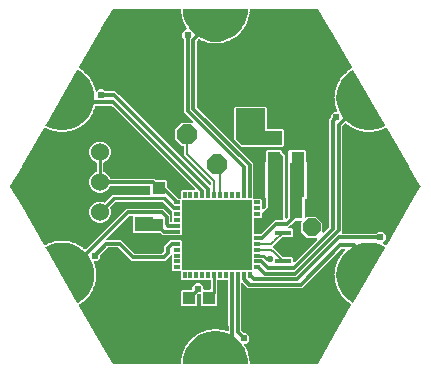
<source format=gbr>
G04 EAGLE Gerber RS-274X export*
G75*
%MOMM*%
%FSLAX34Y34*%
%LPD*%
%INBottom Copper*%
%IPPOS*%
%AMOC8*
5,1,8,0,0,1.08239X$1,22.5*%
G01*
%ADD10C,1.000000*%
%ADD11P,1.814519X8X292.500000*%
%ADD12R,1.500000X1.300000*%
%ADD13R,1.000000X1.100000*%
%ADD14R,1.100000X1.000000*%
%ADD15R,1.399997X0.400000*%
%ADD16R,0.550000X0.297181*%
%ADD17R,0.297181X0.550000*%
%ADD18R,5.600000X5.600000*%
%ADD19P,1.649562X8X22.500000*%
%ADD20R,1.300000X1.500000*%
%ADD21C,1.524000*%
%ADD22C,0.304800*%
%ADD23C,0.750000*%
%ADD24C,0.604800*%
%ADD25C,0.203200*%
%ADD26C,0.406400*%
%ADD27C,0.254000*%
%ADD28C,0.554800*%

G36*
X91296Y111069D02*
X91296Y111069D01*
X91367Y111075D01*
X91415Y111095D01*
X91466Y111106D01*
X91527Y111143D01*
X91593Y111171D01*
X91649Y111216D01*
X91677Y111232D01*
X91692Y111250D01*
X91724Y111276D01*
X95788Y115340D01*
X95841Y115414D01*
X95901Y115483D01*
X95913Y115513D01*
X95932Y115540D01*
X95959Y115627D01*
X95993Y115711D01*
X95997Y115752D01*
X96004Y115775D01*
X96003Y115807D01*
X96011Y115878D01*
X96011Y206880D01*
X97481Y208350D01*
X97534Y208424D01*
X97594Y208493D01*
X97606Y208524D01*
X97625Y208550D01*
X97652Y208637D01*
X97686Y208722D01*
X97690Y208763D01*
X97697Y208785D01*
X97696Y208817D01*
X97704Y208888D01*
X97704Y210694D01*
X100369Y213359D01*
X102243Y213359D01*
X102281Y213365D01*
X102320Y213363D01*
X102402Y213385D01*
X102486Y213399D01*
X102520Y213417D01*
X102557Y213427D01*
X102628Y213474D01*
X102703Y213514D01*
X102730Y213542D01*
X102762Y213563D01*
X102814Y213630D01*
X102873Y213692D01*
X102889Y213727D01*
X102912Y213758D01*
X102940Y213838D01*
X102976Y213915D01*
X102980Y213954D01*
X102993Y213990D01*
X102994Y214075D01*
X103003Y214160D01*
X102995Y214197D01*
X102995Y214236D01*
X102952Y214398D01*
X102432Y215723D01*
X102415Y215753D01*
X102404Y215786D01*
X102352Y215858D01*
X102307Y215934D01*
X102280Y215957D01*
X102260Y215985D01*
X102198Y216034D01*
X102055Y216662D01*
X102043Y216693D01*
X102021Y216771D01*
X101788Y217367D01*
X101788Y217368D01*
X101793Y217379D01*
X101800Y217440D01*
X101821Y217524D01*
X101818Y217558D01*
X101824Y217593D01*
X101805Y217759D01*
X101315Y219908D01*
X101302Y219941D01*
X101297Y219975D01*
X101256Y220054D01*
X101222Y220136D01*
X101200Y220163D01*
X101184Y220193D01*
X101130Y220251D01*
X101082Y220893D01*
X101074Y220925D01*
X101065Y221006D01*
X100923Y221630D01*
X100944Y221698D01*
X100979Y221780D01*
X100982Y221815D01*
X100992Y221848D01*
X100998Y222016D01*
X100834Y224214D01*
X100826Y224247D01*
X100826Y224282D01*
X100797Y224367D01*
X100776Y224453D01*
X100758Y224482D01*
X100747Y224515D01*
X100702Y224581D01*
X100750Y225222D01*
X100747Y225255D01*
X100750Y225336D01*
X100703Y225975D01*
X100734Y226039D01*
X100781Y226115D01*
X100789Y226149D01*
X100804Y226180D01*
X100835Y226345D01*
X101000Y228543D01*
X100997Y228577D01*
X101002Y228612D01*
X100987Y228699D01*
X100979Y228788D01*
X100965Y228820D01*
X100959Y228854D01*
X100924Y228925D01*
X101068Y229553D01*
X101070Y229586D01*
X101085Y229665D01*
X101133Y230304D01*
X101174Y230362D01*
X101231Y230431D01*
X101244Y230463D01*
X101263Y230491D01*
X101319Y230650D01*
X101810Y232799D01*
X101812Y232833D01*
X101822Y232866D01*
X101819Y232955D01*
X101825Y233044D01*
X101816Y233078D01*
X101815Y233112D01*
X101792Y233188D01*
X102027Y233787D01*
X102034Y233819D01*
X102060Y233896D01*
X102203Y234520D01*
X102252Y234572D01*
X102319Y234631D01*
X102336Y234661D01*
X102360Y234686D01*
X102438Y234835D01*
X103244Y236886D01*
X103252Y236920D01*
X103267Y236951D01*
X103277Y237040D01*
X103296Y237127D01*
X103292Y237161D01*
X103296Y237196D01*
X103285Y237274D01*
X103607Y237831D01*
X103618Y237862D01*
X103656Y237934D01*
X103890Y238530D01*
X103947Y238574D01*
X104021Y238622D01*
X104043Y238649D01*
X104070Y238671D01*
X104170Y238806D01*
X105272Y240714D01*
X105285Y240747D01*
X105304Y240776D01*
X105328Y240861D01*
X105359Y240944D01*
X105361Y240979D01*
X105370Y241013D01*
X105370Y241092D01*
X105771Y241595D01*
X105787Y241624D01*
X105835Y241689D01*
X106156Y242243D01*
X106218Y242279D01*
X106299Y242315D01*
X106325Y242339D01*
X106355Y242356D01*
X106473Y242475D01*
X107848Y244198D01*
X107865Y244228D01*
X107889Y244253D01*
X107925Y244334D01*
X107968Y244412D01*
X107975Y244446D01*
X107989Y244478D01*
X108001Y244556D01*
X108473Y244994D01*
X108493Y245020D01*
X108550Y245077D01*
X108950Y245578D01*
X109016Y245603D01*
X109102Y245627D01*
X109131Y245647D01*
X109163Y245659D01*
X109298Y245759D01*
X110914Y247258D01*
X110935Y247285D01*
X110963Y247307D01*
X111011Y247382D01*
X111065Y247452D01*
X111077Y247485D01*
X111095Y247514D01*
X111119Y247590D01*
X111651Y247952D01*
X111675Y247975D01*
X111740Y248023D01*
X112209Y248459D01*
X112279Y248474D01*
X112367Y248485D01*
X112399Y248500D01*
X112433Y248507D01*
X112581Y248586D01*
X114306Y249761D01*
X114351Y249805D01*
X114403Y249840D01*
X114440Y249889D01*
X114484Y249931D01*
X114506Y249973D01*
X114959Y250234D01*
X114975Y250247D01*
X114993Y250255D01*
X115070Y250324D01*
X115150Y250390D01*
X115160Y250407D01*
X115175Y250420D01*
X115225Y250510D01*
X115280Y250598D01*
X115285Y250618D01*
X115295Y250635D01*
X115314Y250737D01*
X115338Y250837D01*
X115336Y250857D01*
X115340Y250877D01*
X115325Y250979D01*
X115316Y251082D01*
X115308Y251101D01*
X115305Y251120D01*
X115238Y251274D01*
X96490Y283746D01*
X96498Y283807D01*
X96490Y283834D01*
X96491Y283863D01*
X96455Y283958D01*
X96444Y283998D01*
X96437Y284007D01*
X96433Y284019D01*
X86933Y300519D01*
X86881Y300578D01*
X86835Y300640D01*
X86816Y300651D01*
X86801Y300668D01*
X86731Y300702D01*
X86664Y300742D01*
X86640Y300746D01*
X86622Y300754D01*
X86577Y300756D01*
X86500Y300769D01*
X67500Y300769D01*
X67472Y300764D01*
X67444Y300766D01*
X67376Y300744D01*
X67305Y300730D01*
X67282Y300714D01*
X67255Y300705D01*
X67200Y300658D01*
X67141Y300617D01*
X67126Y300593D01*
X67105Y300575D01*
X67073Y300510D01*
X67034Y300450D01*
X67029Y300422D01*
X67017Y300396D01*
X67008Y300295D01*
X67001Y300253D01*
X67003Y300243D01*
X67002Y300230D01*
X67012Y300108D01*
X29686Y300108D01*
X29666Y300105D01*
X29647Y300107D01*
X29545Y300085D01*
X29443Y300068D01*
X29426Y300059D01*
X29406Y300055D01*
X29317Y300001D01*
X29226Y299953D01*
X29212Y299939D01*
X29195Y299928D01*
X29128Y299850D01*
X29056Y299775D01*
X29048Y299757D01*
X29035Y299742D01*
X28996Y299645D01*
X28953Y299552D01*
X28951Y299532D01*
X28943Y299513D01*
X28929Y299383D01*
X28919Y299370D01*
X28901Y299309D01*
X28873Y299253D01*
X28856Y299166D01*
X28847Y299135D01*
X28847Y299117D01*
X28842Y299088D01*
X28686Y297009D01*
X28689Y296974D01*
X28684Y296940D01*
X28700Y296852D01*
X28707Y296764D01*
X28721Y296732D01*
X28728Y296698D01*
X28762Y296626D01*
X28619Y295999D01*
X28617Y295966D01*
X28602Y295886D01*
X28554Y295248D01*
X28513Y295189D01*
X28456Y295121D01*
X28443Y295088D01*
X28424Y295060D01*
X28368Y294902D01*
X27878Y292755D01*
X27876Y292720D01*
X27866Y292687D01*
X27869Y292598D01*
X27863Y292509D01*
X27872Y292476D01*
X27873Y292441D01*
X27897Y292365D01*
X27662Y291766D01*
X27655Y291734D01*
X27628Y291658D01*
X27486Y291033D01*
X27436Y290981D01*
X27370Y290922D01*
X27352Y290892D01*
X27328Y290867D01*
X27250Y290719D01*
X26446Y288669D01*
X26439Y288635D01*
X26424Y288604D01*
X26413Y288515D01*
X26394Y288428D01*
X26398Y288394D01*
X26394Y288360D01*
X26406Y288281D01*
X26084Y287724D01*
X26072Y287693D01*
X26035Y287621D01*
X25801Y287025D01*
X25744Y286981D01*
X25670Y286933D01*
X25648Y286905D01*
X25621Y286884D01*
X25521Y286749D01*
X24420Y284842D01*
X24408Y284810D01*
X24389Y284781D01*
X24365Y284695D01*
X24333Y284612D01*
X24332Y284577D01*
X24323Y284544D01*
X24323Y284464D01*
X23922Y283961D01*
X23905Y283932D01*
X23857Y283867D01*
X23537Y283313D01*
X23475Y283277D01*
X23394Y283241D01*
X23369Y283217D01*
X23338Y283200D01*
X23220Y283081D01*
X21847Y281360D01*
X21830Y281330D01*
X21807Y281304D01*
X21770Y281223D01*
X21727Y281145D01*
X21720Y281111D01*
X21706Y281079D01*
X21694Y281001D01*
X21223Y280563D01*
X21202Y280537D01*
X21145Y280480D01*
X20746Y279979D01*
X20679Y279953D01*
X20593Y279929D01*
X20565Y279910D01*
X20532Y279897D01*
X20398Y279798D01*
X18783Y278300D01*
X18762Y278273D01*
X18735Y278251D01*
X18687Y278176D01*
X18633Y278106D01*
X18621Y278073D01*
X18602Y278044D01*
X18579Y277968D01*
X18047Y277605D01*
X18023Y277583D01*
X18012Y277574D01*
X18000Y277568D01*
X17991Y277559D01*
X17958Y277534D01*
X17489Y277099D01*
X17419Y277083D01*
X17331Y277072D01*
X17299Y277057D01*
X17266Y277050D01*
X17117Y276971D01*
X15298Y275731D01*
X15273Y275707D01*
X15243Y275689D01*
X15184Y275623D01*
X15120Y275561D01*
X15104Y275531D01*
X15081Y275505D01*
X15047Y275433D01*
X14467Y275154D01*
X14440Y275135D01*
X14368Y275097D01*
X13839Y274736D01*
X13767Y274731D01*
X13679Y274734D01*
X13645Y274723D01*
X13611Y274721D01*
X13453Y274665D01*
X11469Y273710D01*
X11440Y273690D01*
X11408Y273677D01*
X11340Y273620D01*
X11267Y273569D01*
X11247Y273541D01*
X11220Y273519D01*
X11176Y273453D01*
X10561Y273263D01*
X10531Y273248D01*
X10455Y273222D01*
X9878Y272944D01*
X9806Y272950D01*
X9719Y272965D01*
X9684Y272960D01*
X9650Y272963D01*
X9485Y272931D01*
X7381Y272282D01*
X7350Y272267D01*
X7316Y272259D01*
X7240Y272213D01*
X7161Y272173D01*
X7136Y272148D01*
X7107Y272130D01*
X7053Y272072D01*
X6416Y271976D01*
X6385Y271966D01*
X6305Y271951D01*
X5693Y271762D01*
X5624Y271778D01*
X5539Y271807D01*
X5505Y271807D01*
X5471Y271815D01*
X5303Y271808D01*
X3126Y271480D01*
X3093Y271469D01*
X3058Y271467D01*
X2977Y271432D01*
X2892Y271405D01*
X2864Y271384D01*
X2832Y271370D01*
X2770Y271321D01*
X2127Y271321D01*
X2094Y271315D01*
X2013Y271312D01*
X1380Y271217D01*
X1313Y271244D01*
X1234Y271284D01*
X1200Y271289D01*
X1168Y271302D01*
X1001Y271321D01*
X-1201Y271321D01*
X-1235Y271315D01*
X-1270Y271318D01*
X-1356Y271295D01*
X-1444Y271281D01*
X-1474Y271265D01*
X-1508Y271256D01*
X-1577Y271216D01*
X-2213Y271312D01*
X-2246Y271312D01*
X-2327Y271321D01*
X-2967Y271321D01*
X-3029Y271357D01*
X-3101Y271409D01*
X-3134Y271419D01*
X-3164Y271437D01*
X-3326Y271480D01*
X-5503Y271808D01*
X-5538Y271808D01*
X-5572Y271815D01*
X-5660Y271806D01*
X-5749Y271805D01*
X-5782Y271794D01*
X-5817Y271790D01*
X-5890Y271761D01*
X-6505Y271951D01*
X-6538Y271955D01*
X-6616Y271976D01*
X-7250Y272071D01*
X-7305Y272117D01*
X-7369Y272179D01*
X-7400Y272194D01*
X-7427Y272216D01*
X-7581Y272282D01*
X-9685Y272931D01*
X-9719Y272936D01*
X-9752Y272949D01*
X-9841Y272953D01*
X-9929Y272965D01*
X-9963Y272959D01*
X-9997Y272960D01*
X-10075Y272942D01*
X-10655Y273222D01*
X-10686Y273231D01*
X-10761Y273263D01*
X-11373Y273452D01*
X-11421Y273505D01*
X-11474Y273576D01*
X-11503Y273595D01*
X-11526Y273621D01*
X-11669Y273710D01*
X-13653Y274665D01*
X-13686Y274675D01*
X-13716Y274692D01*
X-13803Y274710D01*
X-13888Y274735D01*
X-13923Y274734D01*
X-13957Y274740D01*
X-14124Y274727D01*
X-14272Y274700D01*
X-14291Y274693D01*
X-14311Y274691D01*
X-14406Y274651D01*
X-14503Y274615D01*
X-14519Y274603D01*
X-14538Y274595D01*
X-14669Y274490D01*
X-15778Y273380D01*
X-15831Y273306D01*
X-15891Y273237D01*
X-15903Y273207D01*
X-15922Y273180D01*
X-15949Y273093D01*
X-15983Y273009D01*
X-15987Y272968D01*
X-15994Y272945D01*
X-15993Y272913D01*
X-16001Y272842D01*
X-16001Y217594D01*
X-15987Y217504D01*
X-15979Y217413D01*
X-15967Y217383D01*
X-15962Y217351D01*
X-15938Y217308D01*
X-15938Y217304D01*
X-15927Y217286D01*
X-15919Y217271D01*
X-15883Y217187D01*
X-15857Y217155D01*
X-15846Y217134D01*
X-15823Y217112D01*
X-15822Y217110D01*
X-15811Y217093D01*
X-15800Y217083D01*
X-15778Y217056D01*
X31826Y169452D01*
X31826Y141619D01*
X31806Y141570D01*
X31802Y141530D01*
X31795Y141507D01*
X31796Y141475D01*
X31788Y141404D01*
X31788Y140499D01*
X31791Y140479D01*
X31789Y140459D01*
X31811Y140358D01*
X31827Y140256D01*
X31837Y140239D01*
X31841Y140219D01*
X31894Y140130D01*
X31942Y140039D01*
X31957Y140025D01*
X31967Y140008D01*
X32046Y139941D01*
X32121Y139869D01*
X32139Y139861D01*
X32154Y139848D01*
X32250Y139809D01*
X32344Y139766D01*
X32364Y139764D01*
X32382Y139756D01*
X32549Y139738D01*
X38452Y139738D01*
X39345Y138844D01*
X39345Y134537D01*
X39340Y134529D01*
X39315Y134429D01*
X39284Y134330D01*
X39285Y134310D01*
X39280Y134291D01*
X39288Y134188D01*
X39290Y134084D01*
X39297Y134065D01*
X39299Y134046D01*
X39339Y133951D01*
X39345Y133936D01*
X39345Y131508D01*
X39356Y131437D01*
X39358Y131365D01*
X39376Y131316D01*
X39384Y131265D01*
X39418Y131202D01*
X39443Y131134D01*
X39475Y131094D01*
X39500Y131048D01*
X39552Y130998D01*
X39596Y130942D01*
X39640Y130914D01*
X39678Y130878D01*
X39743Y130848D01*
X39803Y130809D01*
X39854Y130796D01*
X39901Y130775D01*
X39972Y130767D01*
X40042Y130749D01*
X40094Y130753D01*
X40145Y130747D01*
X40216Y130763D01*
X40287Y130768D01*
X40335Y130789D01*
X40386Y130800D01*
X40447Y130836D01*
X40513Y130865D01*
X40569Y130909D01*
X40597Y130926D01*
X40612Y130944D01*
X40644Y130969D01*
X42321Y132646D01*
X42374Y132720D01*
X42434Y132790D01*
X42446Y132820D01*
X42465Y132846D01*
X42492Y132933D01*
X42526Y133018D01*
X42530Y133059D01*
X42537Y133081D01*
X42536Y133113D01*
X42544Y133185D01*
X42544Y139764D01*
X42530Y139854D01*
X42522Y139945D01*
X42510Y139975D01*
X42505Y140007D01*
X42462Y140088D01*
X42426Y140171D01*
X42400Y140204D01*
X42389Y140224D01*
X42366Y140246D01*
X42321Y140302D01*
X42165Y140458D01*
X42165Y170692D01*
X42282Y170809D01*
X42335Y170883D01*
X42395Y170952D01*
X42407Y170982D01*
X42426Y171008D01*
X42453Y171095D01*
X42487Y171180D01*
X42491Y171221D01*
X42498Y171243D01*
X42497Y171276D01*
X42505Y171347D01*
X42505Y180012D01*
X43417Y180924D01*
X43455Y180927D01*
X43485Y180939D01*
X43517Y180944D01*
X43576Y180976D01*
X54205Y180976D01*
X54264Y180957D01*
X54349Y180923D01*
X54390Y180919D01*
X54412Y180912D01*
X54444Y180913D01*
X54516Y180905D01*
X55662Y180905D01*
X56555Y180012D01*
X56555Y178866D01*
X56569Y178776D01*
X56577Y178685D01*
X56589Y178655D01*
X56594Y178623D01*
X56637Y178542D01*
X56673Y178458D01*
X56699Y178426D01*
X56710Y178406D01*
X56733Y178383D01*
X56778Y178327D01*
X59056Y176049D01*
X59056Y123625D01*
X59067Y123554D01*
X59069Y123483D01*
X59087Y123434D01*
X59095Y123382D01*
X59129Y123319D01*
X59154Y123252D01*
X59186Y123211D01*
X59211Y123165D01*
X59263Y123116D01*
X59307Y123060D01*
X59351Y123032D01*
X59389Y122996D01*
X59454Y122965D01*
X59514Y122927D01*
X59565Y122914D01*
X59612Y122892D01*
X59683Y122884D01*
X59753Y122867D01*
X59805Y122871D01*
X59856Y122865D01*
X59927Y122880D01*
X59998Y122886D01*
X60046Y122906D01*
X60097Y122917D01*
X60158Y122954D01*
X60224Y122982D01*
X60280Y123027D01*
X60308Y123043D01*
X60323Y123061D01*
X60355Y123087D01*
X60942Y123674D01*
X60996Y123748D01*
X61055Y123817D01*
X61067Y123847D01*
X61086Y123874D01*
X61113Y123961D01*
X61147Y124045D01*
X61151Y124086D01*
X61158Y124109D01*
X61157Y124141D01*
X61165Y124212D01*
X61165Y170692D01*
X61371Y170898D01*
X61424Y170972D01*
X61484Y171041D01*
X61496Y171071D01*
X61515Y171097D01*
X61542Y171184D01*
X61576Y171269D01*
X61580Y171310D01*
X61587Y171332D01*
X61586Y171365D01*
X61594Y171436D01*
X61594Y179859D01*
X62711Y180976D01*
X74525Y180976D01*
X74584Y180957D01*
X74669Y180923D01*
X74710Y180919D01*
X74732Y180912D01*
X74764Y180913D01*
X74836Y180905D01*
X75982Y180905D01*
X76875Y180012D01*
X76875Y171347D01*
X76889Y171257D01*
X76897Y171166D01*
X76909Y171136D01*
X76914Y171104D01*
X76957Y171023D01*
X76993Y170940D01*
X77019Y170907D01*
X77030Y170887D01*
X77053Y170865D01*
X77098Y170809D01*
X77215Y170692D01*
X77215Y140458D01*
X76321Y139564D01*
X76307Y139562D01*
X76288Y139564D01*
X76186Y139542D01*
X76084Y139526D01*
X76067Y139516D01*
X76047Y139512D01*
X75958Y139459D01*
X75867Y139410D01*
X75853Y139396D01*
X75836Y139386D01*
X75769Y139307D01*
X75697Y139232D01*
X75689Y139214D01*
X75676Y139199D01*
X75637Y139103D01*
X75594Y139009D01*
X75592Y138989D01*
X75584Y138971D01*
X75566Y138804D01*
X75566Y124626D01*
X75577Y124555D01*
X75579Y124484D01*
X75597Y124435D01*
X75605Y124383D01*
X75639Y124320D01*
X75664Y124253D01*
X75696Y124212D01*
X75721Y124166D01*
X75773Y124117D01*
X75817Y124061D01*
X75861Y124032D01*
X75899Y123997D01*
X75964Y123966D01*
X76024Y123928D01*
X76075Y123915D01*
X76122Y123893D01*
X76193Y123885D01*
X76263Y123868D01*
X76315Y123872D01*
X76366Y123866D01*
X76437Y123881D01*
X76508Y123887D01*
X76556Y123907D01*
X76607Y123918D01*
X76668Y123955D01*
X76734Y123983D01*
X76790Y124028D01*
X76818Y124044D01*
X76833Y124062D01*
X76865Y124088D01*
X77492Y124715D01*
X85068Y124715D01*
X90425Y119358D01*
X90425Y111814D01*
X90436Y111743D01*
X90438Y111672D01*
X90456Y111623D01*
X90464Y111571D01*
X90498Y111508D01*
X90523Y111441D01*
X90555Y111400D01*
X90580Y111354D01*
X90632Y111305D01*
X90676Y111249D01*
X90720Y111220D01*
X90758Y111185D01*
X90823Y111154D01*
X90883Y111116D01*
X90934Y111103D01*
X90981Y111081D01*
X91052Y111073D01*
X91122Y111056D01*
X91174Y111060D01*
X91225Y111054D01*
X91296Y111069D01*
G37*
G36*
X-110411Y96945D02*
X-110411Y96945D01*
X-110294Y96952D01*
X-110289Y96954D01*
X-110283Y96955D01*
X-110176Y97000D01*
X-110066Y97045D01*
X-110062Y97049D01*
X-110057Y97051D01*
X-109926Y97156D01*
X-77772Y129310D01*
X-75763Y131319D01*
X-44007Y131319D01*
X-38433Y125745D01*
X-38433Y120532D01*
X-38430Y120512D01*
X-38432Y120493D01*
X-38410Y120391D01*
X-38394Y120289D01*
X-38384Y120272D01*
X-38380Y120252D01*
X-38327Y120163D01*
X-38278Y120072D01*
X-38264Y120058D01*
X-38254Y120041D01*
X-38175Y119974D01*
X-38100Y119902D01*
X-38082Y119894D01*
X-38067Y119881D01*
X-37971Y119842D01*
X-37877Y119799D01*
X-37857Y119797D01*
X-37839Y119789D01*
X-37672Y119771D01*
X-37566Y119771D01*
X-37546Y119774D01*
X-37527Y119772D01*
X-37425Y119794D01*
X-37323Y119810D01*
X-37306Y119820D01*
X-37286Y119824D01*
X-37197Y119877D01*
X-37106Y119926D01*
X-37092Y119940D01*
X-37075Y119950D01*
X-37008Y120029D01*
X-36936Y120104D01*
X-36928Y120122D01*
X-36915Y120137D01*
X-36876Y120233D01*
X-36833Y120327D01*
X-36831Y120347D01*
X-36823Y120365D01*
X-36805Y120532D01*
X-36805Y123913D01*
X-36800Y123921D01*
X-36775Y124021D01*
X-36744Y124120D01*
X-36745Y124140D01*
X-36740Y124159D01*
X-36748Y124262D01*
X-36750Y124366D01*
X-36757Y124385D01*
X-36759Y124404D01*
X-36799Y124499D01*
X-36805Y124514D01*
X-36805Y128944D01*
X-36789Y129008D01*
X-36758Y129107D01*
X-36759Y129127D01*
X-36754Y129146D01*
X-36762Y129249D01*
X-36764Y129353D01*
X-36771Y129372D01*
X-36773Y129391D01*
X-36813Y129486D01*
X-36849Y129584D01*
X-36861Y129599D01*
X-36869Y129618D01*
X-36974Y129749D01*
X-44416Y137190D01*
X-44489Y137243D01*
X-44559Y137303D01*
X-44589Y137315D01*
X-44615Y137334D01*
X-44702Y137361D01*
X-44787Y137395D01*
X-44828Y137399D01*
X-44850Y137406D01*
X-44883Y137405D01*
X-44954Y137413D01*
X-84379Y137413D01*
X-84469Y137399D01*
X-84560Y137391D01*
X-84590Y137379D01*
X-84622Y137374D01*
X-84702Y137331D01*
X-84786Y137295D01*
X-84818Y137269D01*
X-84839Y137258D01*
X-84861Y137235D01*
X-84917Y137190D01*
X-89274Y132834D01*
X-89320Y132770D01*
X-89337Y132752D01*
X-89344Y132736D01*
X-89412Y132645D01*
X-89414Y132639D01*
X-89417Y132634D01*
X-89451Y132523D01*
X-89488Y132411D01*
X-89488Y132405D01*
X-89490Y132399D01*
X-89487Y132282D01*
X-89485Y132166D01*
X-89483Y132158D01*
X-89483Y132153D01*
X-89477Y132136D01*
X-89439Y132004D01*
X-88645Y130089D01*
X-88645Y126451D01*
X-90037Y123090D01*
X-92610Y120517D01*
X-95971Y119125D01*
X-99609Y119125D01*
X-102970Y120517D01*
X-105543Y123090D01*
X-106935Y126451D01*
X-106935Y130089D01*
X-105543Y133450D01*
X-102970Y136023D01*
X-99609Y137415D01*
X-95971Y137415D01*
X-94056Y136621D01*
X-93942Y136595D01*
X-93828Y136566D01*
X-93822Y136567D01*
X-93816Y136565D01*
X-93700Y136576D01*
X-93583Y136585D01*
X-93578Y136588D01*
X-93571Y136588D01*
X-93464Y136636D01*
X-93357Y136682D01*
X-93351Y136686D01*
X-93347Y136688D01*
X-93333Y136701D01*
X-93226Y136786D01*
X-87010Y143003D01*
X-56046Y143003D01*
X-56026Y143006D01*
X-56007Y143004D01*
X-55905Y143026D01*
X-55803Y143042D01*
X-55786Y143052D01*
X-55766Y143056D01*
X-55677Y143109D01*
X-55586Y143158D01*
X-55572Y143172D01*
X-55555Y143182D01*
X-55488Y143261D01*
X-55416Y143336D01*
X-55408Y143354D01*
X-55395Y143369D01*
X-55356Y143465D01*
X-55313Y143559D01*
X-55311Y143579D01*
X-55303Y143597D01*
X-55285Y143764D01*
X-55285Y149860D01*
X-55286Y149869D01*
X-55286Y149872D01*
X-55288Y149881D01*
X-55286Y149899D01*
X-55308Y150001D01*
X-55324Y150103D01*
X-55334Y150120D01*
X-55338Y150140D01*
X-55391Y150229D01*
X-55440Y150320D01*
X-55454Y150334D01*
X-55464Y150351D01*
X-55543Y150418D01*
X-55618Y150490D01*
X-55636Y150498D01*
X-55651Y150511D01*
X-55747Y150550D01*
X-55841Y150593D01*
X-55861Y150595D01*
X-55879Y150603D01*
X-56046Y150621D01*
X-88646Y150621D01*
X-88761Y150602D01*
X-88877Y150585D01*
X-88883Y150583D01*
X-88889Y150582D01*
X-88991Y150527D01*
X-89096Y150474D01*
X-89101Y150469D01*
X-89106Y150466D01*
X-89186Y150382D01*
X-89268Y150298D01*
X-89272Y150292D01*
X-89275Y150288D01*
X-89283Y150271D01*
X-89349Y150151D01*
X-90037Y148490D01*
X-92610Y145917D01*
X-95971Y144525D01*
X-99609Y144525D01*
X-102970Y145917D01*
X-105543Y148490D01*
X-106935Y151851D01*
X-106935Y155489D01*
X-105543Y158850D01*
X-102970Y161423D01*
X-101055Y162216D01*
X-100955Y162277D01*
X-100855Y162337D01*
X-100851Y162342D01*
X-100846Y162346D01*
X-100771Y162435D01*
X-100695Y162524D01*
X-100693Y162530D01*
X-100689Y162535D01*
X-100647Y162643D01*
X-100603Y162753D01*
X-100602Y162760D01*
X-100601Y162765D01*
X-100600Y162783D01*
X-100585Y162919D01*
X-100585Y169821D01*
X-100604Y169936D01*
X-100621Y170052D01*
X-100623Y170057D01*
X-100624Y170064D01*
X-100679Y170166D01*
X-100732Y170271D01*
X-100737Y170275D01*
X-100740Y170281D01*
X-100824Y170361D01*
X-100908Y170443D01*
X-100914Y170447D01*
X-100918Y170450D01*
X-100935Y170458D01*
X-101055Y170524D01*
X-102970Y171317D01*
X-105543Y173890D01*
X-106935Y177251D01*
X-106935Y180889D01*
X-105543Y184250D01*
X-102970Y186823D01*
X-99609Y188215D01*
X-95971Y188215D01*
X-92610Y186823D01*
X-90037Y184250D01*
X-88645Y180889D01*
X-88645Y177251D01*
X-90037Y173890D01*
X-92610Y171317D01*
X-94525Y170524D01*
X-94625Y170463D01*
X-94725Y170403D01*
X-94729Y170398D01*
X-94734Y170394D01*
X-94809Y170305D01*
X-94885Y170216D01*
X-94887Y170210D01*
X-94891Y170205D01*
X-94933Y170097D01*
X-94977Y169987D01*
X-94978Y169980D01*
X-94979Y169975D01*
X-94980Y169957D01*
X-94995Y169821D01*
X-94995Y162919D01*
X-94976Y162804D01*
X-94959Y162688D01*
X-94957Y162683D01*
X-94956Y162676D01*
X-94901Y162574D01*
X-94848Y162469D01*
X-94843Y162465D01*
X-94840Y162459D01*
X-94756Y162379D01*
X-94672Y162297D01*
X-94666Y162293D01*
X-94662Y162290D01*
X-94645Y162282D01*
X-94525Y162216D01*
X-92610Y161423D01*
X-90037Y158850D01*
X-89349Y157189D01*
X-89288Y157089D01*
X-89228Y156989D01*
X-89223Y156985D01*
X-89220Y156980D01*
X-89130Y156905D01*
X-89041Y156829D01*
X-89035Y156827D01*
X-89030Y156823D01*
X-88922Y156781D01*
X-88813Y156737D01*
X-88805Y156736D01*
X-88801Y156735D01*
X-88782Y156734D01*
X-88646Y156719D01*
X-51687Y156719D01*
X-50696Y155728D01*
X-50622Y155675D01*
X-50553Y155615D01*
X-50523Y155603D01*
X-50496Y155584D01*
X-50409Y155557D01*
X-50325Y155523D01*
X-50284Y155519D01*
X-50261Y155512D01*
X-50229Y155513D01*
X-50158Y155505D01*
X-42128Y155505D01*
X-41235Y154612D01*
X-41235Y150059D01*
X-41221Y149969D01*
X-41213Y149878D01*
X-41201Y149848D01*
X-41196Y149816D01*
X-41153Y149736D01*
X-41117Y149652D01*
X-41091Y149620D01*
X-41080Y149599D01*
X-41057Y149577D01*
X-41012Y149521D01*
X-39418Y147927D01*
X-31452Y139961D01*
X-31378Y139907D01*
X-31309Y139848D01*
X-31278Y139836D01*
X-31252Y139817D01*
X-31165Y139790D01*
X-31080Y139756D01*
X-31040Y139752D01*
X-31017Y139745D01*
X-30985Y139746D01*
X-30914Y139738D01*
X-30009Y139738D01*
X-29989Y139741D01*
X-29969Y139739D01*
X-29868Y139761D01*
X-29766Y139777D01*
X-29749Y139787D01*
X-29729Y139791D01*
X-29640Y139844D01*
X-29549Y139892D01*
X-29535Y139907D01*
X-29518Y139917D01*
X-29451Y139996D01*
X-29379Y140071D01*
X-29371Y140089D01*
X-29358Y140104D01*
X-29319Y140200D01*
X-29276Y140294D01*
X-29274Y140314D01*
X-29266Y140332D01*
X-29248Y140499D01*
X-29248Y146402D01*
X-28354Y147295D01*
X-24047Y147295D01*
X-24039Y147290D01*
X-23939Y147265D01*
X-23840Y147234D01*
X-23820Y147235D01*
X-23801Y147230D01*
X-23698Y147238D01*
X-23594Y147240D01*
X-23575Y147247D01*
X-23556Y147249D01*
X-23461Y147289D01*
X-23446Y147295D01*
X-19046Y147295D01*
X-19038Y147289D01*
X-18937Y147264D01*
X-18839Y147234D01*
X-18819Y147234D01*
X-18799Y147229D01*
X-18696Y147237D01*
X-18593Y147240D01*
X-18574Y147247D01*
X-18554Y147248D01*
X-18459Y147289D01*
X-18443Y147295D01*
X-18112Y147295D01*
X-18041Y147306D01*
X-17969Y147308D01*
X-17920Y147326D01*
X-17869Y147334D01*
X-17806Y147368D01*
X-17738Y147393D01*
X-17698Y147425D01*
X-17652Y147450D01*
X-17602Y147501D01*
X-17546Y147546D01*
X-17518Y147590D01*
X-17482Y147628D01*
X-17452Y147693D01*
X-17413Y147753D01*
X-17401Y147804D01*
X-17379Y147851D01*
X-17371Y147922D01*
X-17353Y147992D01*
X-17357Y148044D01*
X-17352Y148095D01*
X-17367Y148166D01*
X-17372Y148237D01*
X-17393Y148285D01*
X-17404Y148336D01*
X-17441Y148397D01*
X-17469Y148463D01*
X-17513Y148519D01*
X-17530Y148547D01*
X-17548Y148562D01*
X-17573Y148594D01*
X-87477Y218498D01*
X-87551Y218551D01*
X-87621Y218611D01*
X-87651Y218623D01*
X-87677Y218642D01*
X-87764Y218669D01*
X-87849Y218703D01*
X-87890Y218707D01*
X-87912Y218714D01*
X-87944Y218713D01*
X-88016Y218721D01*
X-101178Y218721D01*
X-101236Y218712D01*
X-101294Y218712D01*
X-101356Y218692D01*
X-101421Y218682D01*
X-101472Y218654D01*
X-101528Y218636D01*
X-101580Y218597D01*
X-101638Y218566D01*
X-101678Y218524D01*
X-101725Y218490D01*
X-101763Y218436D01*
X-101808Y218388D01*
X-101832Y218335D01*
X-101865Y218288D01*
X-101898Y218194D01*
X-101911Y218165D01*
X-101913Y218151D01*
X-101921Y218129D01*
X-102005Y217759D01*
X-102007Y217725D01*
X-102017Y217692D01*
X-102015Y217603D01*
X-102016Y217580D01*
X-102020Y217544D01*
X-102019Y217538D01*
X-102020Y217514D01*
X-102011Y217480D01*
X-102010Y217446D01*
X-101986Y217370D01*
X-102221Y216771D01*
X-102228Y216738D01*
X-102255Y216662D01*
X-102397Y216038D01*
X-102446Y215986D01*
X-102513Y215927D01*
X-102530Y215897D01*
X-102554Y215871D01*
X-102632Y215723D01*
X-103437Y213671D01*
X-103444Y213637D01*
X-103459Y213606D01*
X-103470Y213517D01*
X-103489Y213430D01*
X-103485Y213396D01*
X-103489Y213362D01*
X-103477Y213283D01*
X-103798Y212725D01*
X-103810Y212695D01*
X-103848Y212623D01*
X-104082Y212027D01*
X-104138Y211983D01*
X-104213Y211934D01*
X-104234Y211907D01*
X-104262Y211886D01*
X-104361Y211751D01*
X-105462Y209841D01*
X-105475Y209809D01*
X-105494Y209780D01*
X-105518Y209694D01*
X-105549Y209611D01*
X-105551Y209577D01*
X-105560Y209543D01*
X-105560Y209464D01*
X-105961Y208960D01*
X-105977Y208932D01*
X-106025Y208866D01*
X-106345Y208312D01*
X-106407Y208276D01*
X-106488Y208240D01*
X-106514Y208216D01*
X-106544Y208199D01*
X-106662Y208080D01*
X-108036Y206357D01*
X-108053Y206326D01*
X-108076Y206301D01*
X-108113Y206219D01*
X-108156Y206142D01*
X-108163Y206108D01*
X-108177Y206076D01*
X-108188Y205998D01*
X-108660Y205560D01*
X-108680Y205534D01*
X-108737Y205476D01*
X-109137Y204975D01*
X-109203Y204950D01*
X-109289Y204926D01*
X-109318Y204906D01*
X-109350Y204894D01*
X-109485Y204794D01*
X-111100Y203294D01*
X-111121Y203267D01*
X-111148Y203245D01*
X-111196Y203170D01*
X-111251Y203100D01*
X-111262Y203067D01*
X-111281Y203038D01*
X-111304Y202962D01*
X-111836Y202599D01*
X-111860Y202577D01*
X-111925Y202528D01*
X-112394Y202093D01*
X-112464Y202077D01*
X-112553Y202066D01*
X-112584Y202051D01*
X-112618Y202044D01*
X-112766Y201965D01*
X-114587Y200723D01*
X-114612Y200699D01*
X-114642Y200681D01*
X-114700Y200615D01*
X-114765Y200553D01*
X-114781Y200523D01*
X-114804Y200496D01*
X-114838Y200425D01*
X-115418Y200145D01*
X-115445Y200127D01*
X-115516Y200088D01*
X-116045Y199728D01*
X-116117Y199723D01*
X-116206Y199725D01*
X-116239Y199715D01*
X-116274Y199712D01*
X-116432Y199657D01*
X-118417Y198700D01*
X-118446Y198680D01*
X-118478Y198667D01*
X-118546Y198610D01*
X-118619Y198559D01*
X-118639Y198531D01*
X-118666Y198508D01*
X-118710Y198443D01*
X-119325Y198253D01*
X-119355Y198238D01*
X-119431Y198211D01*
X-120008Y197933D01*
X-120080Y197939D01*
X-120167Y197954D01*
X-120201Y197949D01*
X-120236Y197952D01*
X-120401Y197921D01*
X-122507Y197270D01*
X-122538Y197255D01*
X-122572Y197247D01*
X-122648Y197200D01*
X-122727Y197161D01*
X-122751Y197136D01*
X-122781Y197118D01*
X-122835Y197060D01*
X-123471Y196963D01*
X-123503Y196953D01*
X-123582Y196938D01*
X-124194Y196749D01*
X-124264Y196766D01*
X-124348Y196794D01*
X-124383Y196794D01*
X-124417Y196802D01*
X-124584Y196795D01*
X-126764Y196466D01*
X-126797Y196455D01*
X-126831Y196453D01*
X-126913Y196418D01*
X-126998Y196391D01*
X-127026Y196370D01*
X-127058Y196356D01*
X-127119Y196307D01*
X-127763Y196307D01*
X-127796Y196301D01*
X-127877Y196298D01*
X-128510Y196202D01*
X-128576Y196229D01*
X-128655Y196270D01*
X-128690Y196275D01*
X-128722Y196288D01*
X-128889Y196306D01*
X-131093Y196305D01*
X-131127Y196300D01*
X-131162Y196302D01*
X-131248Y196280D01*
X-131335Y196266D01*
X-131366Y196249D01*
X-131400Y196241D01*
X-131468Y196201D01*
X-132105Y196297D01*
X-132138Y196296D01*
X-132218Y196305D01*
X-132859Y196305D01*
X-132921Y196341D01*
X-132993Y196393D01*
X-133026Y196403D01*
X-133056Y196421D01*
X-133218Y196464D01*
X-135398Y196792D01*
X-135432Y196791D01*
X-135466Y196799D01*
X-135554Y196790D01*
X-135643Y196789D01*
X-135676Y196777D01*
X-135711Y196774D01*
X-135785Y196744D01*
X-136400Y196934D01*
X-136432Y196938D01*
X-136511Y196959D01*
X-137144Y197054D01*
X-137199Y197100D01*
X-137263Y197162D01*
X-137294Y197177D01*
X-137321Y197199D01*
X-137475Y197265D01*
X-139582Y197914D01*
X-139616Y197919D01*
X-139648Y197932D01*
X-139737Y197936D01*
X-139825Y197948D01*
X-139859Y197941D01*
X-139894Y197943D01*
X-139971Y197925D01*
X-140551Y198204D01*
X-140583Y198214D01*
X-140657Y198246D01*
X-141269Y198434D01*
X-141318Y198487D01*
X-141371Y198558D01*
X-141400Y198578D01*
X-141423Y198603D01*
X-141566Y198692D01*
X-143446Y199597D01*
X-143507Y199615D01*
X-143564Y199642D01*
X-143624Y199650D01*
X-143682Y199667D01*
X-143730Y199665D01*
X-144172Y199920D01*
X-144190Y199927D01*
X-144206Y199939D01*
X-144305Y199970D01*
X-144402Y200007D01*
X-144422Y200008D01*
X-144441Y200014D01*
X-144544Y200012D01*
X-144648Y200016D01*
X-144667Y200010D01*
X-144687Y200010D01*
X-144784Y199976D01*
X-144884Y199946D01*
X-144900Y199935D01*
X-144919Y199928D01*
X-145000Y199864D01*
X-145085Y199805D01*
X-145097Y199789D01*
X-145112Y199777D01*
X-145212Y199641D01*
X-163911Y167254D01*
X-163925Y167248D01*
X-163954Y167245D01*
X-164016Y167210D01*
X-164081Y167182D01*
X-164102Y167162D01*
X-164127Y167147D01*
X-164190Y167070D01*
X-164220Y167040D01*
X-164224Y167030D01*
X-164233Y167019D01*
X-173733Y150519D01*
X-173757Y150446D01*
X-173788Y150376D01*
X-173788Y150352D01*
X-173796Y150330D01*
X-173790Y150254D01*
X-173791Y150177D01*
X-173781Y150153D01*
X-173780Y150132D01*
X-173759Y150093D01*
X-173740Y150041D01*
X-173739Y150035D01*
X-173737Y150033D01*
X-173733Y150021D01*
X-164233Y133521D01*
X-164214Y133499D01*
X-164201Y133473D01*
X-164148Y133425D01*
X-164101Y133372D01*
X-164087Y133365D01*
X-145309Y100842D01*
X-145297Y100827D01*
X-145289Y100809D01*
X-145219Y100732D01*
X-145154Y100652D01*
X-145137Y100641D01*
X-145123Y100627D01*
X-145033Y100576D01*
X-144945Y100521D01*
X-144926Y100517D01*
X-144909Y100507D01*
X-144807Y100488D01*
X-144706Y100464D01*
X-144686Y100465D01*
X-144667Y100462D01*
X-144564Y100476D01*
X-144461Y100485D01*
X-144443Y100493D01*
X-144423Y100496D01*
X-144270Y100563D01*
X-143739Y100870D01*
X-143729Y100869D01*
X-143668Y100883D01*
X-143605Y100887D01*
X-143521Y100916D01*
X-143489Y100924D01*
X-143474Y100933D01*
X-143446Y100943D01*
X-141566Y101848D01*
X-141537Y101868D01*
X-141505Y101880D01*
X-141437Y101938D01*
X-141364Y101989D01*
X-141344Y102017D01*
X-141317Y102039D01*
X-141272Y102105D01*
X-140657Y102294D01*
X-140628Y102309D01*
X-140551Y102336D01*
X-139974Y102613D01*
X-139903Y102607D01*
X-139815Y102592D01*
X-139781Y102597D01*
X-139747Y102594D01*
X-139582Y102626D01*
X-137475Y103275D01*
X-137444Y103290D01*
X-137410Y103298D01*
X-137335Y103344D01*
X-137255Y103384D01*
X-137230Y103409D01*
X-137201Y103427D01*
X-137147Y103485D01*
X-136511Y103581D01*
X-136479Y103591D01*
X-136400Y103606D01*
X-135788Y103795D01*
X-135718Y103778D01*
X-135634Y103750D01*
X-135599Y103750D01*
X-135565Y103742D01*
X-135398Y103748D01*
X-133218Y104076D01*
X-133185Y104087D01*
X-133150Y104089D01*
X-133068Y104124D01*
X-132984Y104151D01*
X-132956Y104172D01*
X-132924Y104186D01*
X-132862Y104235D01*
X-132218Y104235D01*
X-132186Y104240D01*
X-132105Y104243D01*
X-131472Y104339D01*
X-131405Y104312D01*
X-131326Y104271D01*
X-131292Y104266D01*
X-131259Y104253D01*
X-131093Y104235D01*
X-128889Y104234D01*
X-128854Y104239D01*
X-128820Y104237D01*
X-128734Y104259D01*
X-128646Y104273D01*
X-128615Y104290D01*
X-128582Y104298D01*
X-128513Y104338D01*
X-127877Y104242D01*
X-127844Y104242D01*
X-127763Y104233D01*
X-127123Y104233D01*
X-127061Y104197D01*
X-126989Y104145D01*
X-126956Y104135D01*
X-126926Y104117D01*
X-126764Y104074D01*
X-124584Y103745D01*
X-124549Y103745D01*
X-124516Y103737D01*
X-124427Y103747D01*
X-124338Y103748D01*
X-124306Y103759D01*
X-124271Y103763D01*
X-124197Y103792D01*
X-123582Y103602D01*
X-123550Y103597D01*
X-123471Y103577D01*
X-122838Y103481D01*
X-122783Y103436D01*
X-122719Y103374D01*
X-122688Y103359D01*
X-122661Y103337D01*
X-122507Y103270D01*
X-120401Y102619D01*
X-120366Y102615D01*
X-120334Y102602D01*
X-120245Y102598D01*
X-120157Y102586D01*
X-120123Y102592D01*
X-120088Y102591D01*
X-120011Y102608D01*
X-119431Y102329D01*
X-119400Y102320D01*
X-119325Y102287D01*
X-118713Y102098D01*
X-118665Y102045D01*
X-118611Y101974D01*
X-118583Y101955D01*
X-118559Y101929D01*
X-118417Y101840D01*
X-116432Y100883D01*
X-116399Y100873D01*
X-116368Y100856D01*
X-116281Y100839D01*
X-116196Y100814D01*
X-116161Y100815D01*
X-116127Y100808D01*
X-116048Y100814D01*
X-115516Y100452D01*
X-115486Y100438D01*
X-115418Y100395D01*
X-114841Y100117D01*
X-114801Y100057D01*
X-114759Y99979D01*
X-114733Y99955D01*
X-114714Y99926D01*
X-114587Y99817D01*
X-112766Y98575D01*
X-112734Y98560D01*
X-112707Y98539D01*
X-112624Y98509D01*
X-112543Y98471D01*
X-112508Y98467D01*
X-112476Y98455D01*
X-112397Y98450D01*
X-111925Y98012D01*
X-111898Y97993D01*
X-111836Y97941D01*
X-111307Y97580D01*
X-111277Y97515D01*
X-111246Y97431D01*
X-111225Y97404D01*
X-111210Y97373D01*
X-111100Y97246D01*
X-110982Y97136D01*
X-110977Y97133D01*
X-110974Y97129D01*
X-110875Y97065D01*
X-110777Y97000D01*
X-110772Y96999D01*
X-110767Y96996D01*
X-110653Y96967D01*
X-110539Y96937D01*
X-110534Y96937D01*
X-110528Y96935D01*
X-110411Y96945D01*
G37*
G36*
X-67672Y-224D02*
X-67672Y-224D01*
X-67644Y-226D01*
X-67576Y-204D01*
X-67505Y-190D01*
X-67482Y-174D01*
X-67455Y-165D01*
X-67419Y-134D01*
X-29886Y-134D01*
X-29866Y-131D01*
X-29847Y-133D01*
X-29745Y-111D01*
X-29643Y-94D01*
X-29626Y-85D01*
X-29606Y-81D01*
X-29517Y-27D01*
X-29426Y21D01*
X-29412Y35D01*
X-29395Y46D01*
X-29328Y124D01*
X-29256Y199D01*
X-29248Y217D01*
X-29235Y233D01*
X-29196Y329D01*
X-29153Y422D01*
X-29151Y442D01*
X-29143Y461D01*
X-29125Y627D01*
X-29125Y1163D01*
X-29119Y1170D01*
X-29101Y1231D01*
X-29073Y1287D01*
X-29056Y1374D01*
X-29047Y1405D01*
X-29047Y1423D01*
X-29042Y1452D01*
X-28886Y3531D01*
X-28889Y3566D01*
X-28884Y3600D01*
X-28900Y3688D01*
X-28908Y3776D01*
X-28921Y3808D01*
X-28928Y3842D01*
X-28962Y3914D01*
X-28819Y4541D01*
X-28817Y4574D01*
X-28802Y4654D01*
X-28754Y5292D01*
X-28713Y5351D01*
X-28656Y5419D01*
X-28643Y5452D01*
X-28624Y5480D01*
X-28568Y5638D01*
X-28078Y7785D01*
X-28076Y7820D01*
X-28066Y7853D01*
X-28069Y7942D01*
X-28063Y8031D01*
X-28072Y8064D01*
X-28073Y8099D01*
X-28097Y8175D01*
X-27862Y8774D01*
X-27855Y8806D01*
X-27828Y8882D01*
X-27686Y9507D01*
X-27636Y9559D01*
X-27570Y9618D01*
X-27552Y9648D01*
X-27528Y9673D01*
X-27450Y9821D01*
X-26646Y11871D01*
X-26639Y11905D01*
X-26624Y11936D01*
X-26613Y12025D01*
X-26594Y12112D01*
X-26598Y12146D01*
X-26594Y12180D01*
X-26606Y12259D01*
X-26284Y12816D01*
X-26272Y12847D01*
X-26235Y12919D01*
X-26001Y13515D01*
X-25944Y13559D01*
X-25870Y13607D01*
X-25848Y13635D01*
X-25821Y13656D01*
X-25721Y13791D01*
X-24620Y15698D01*
X-24608Y15730D01*
X-24589Y15759D01*
X-24565Y15845D01*
X-24533Y15928D01*
X-24532Y15963D01*
X-24523Y15996D01*
X-24523Y16076D01*
X-24122Y16579D01*
X-24106Y16608D01*
X-24058Y16673D01*
X-23737Y17227D01*
X-23675Y17263D01*
X-23594Y17299D01*
X-23568Y17323D01*
X-23538Y17340D01*
X-23420Y17459D01*
X-22047Y19180D01*
X-22030Y19211D01*
X-22007Y19236D01*
X-21970Y19317D01*
X-21927Y19395D01*
X-21920Y19429D01*
X-21919Y19432D01*
X-21909Y19454D01*
X-21909Y19455D01*
X-21906Y19461D01*
X-21894Y19539D01*
X-21423Y19977D01*
X-21402Y20003D01*
X-21345Y20060D01*
X-20946Y20561D01*
X-20879Y20587D01*
X-20793Y20611D01*
X-20765Y20630D01*
X-20732Y20643D01*
X-20598Y20742D01*
X-18983Y22240D01*
X-18962Y22267D01*
X-18935Y22289D01*
X-18887Y22364D01*
X-18833Y22434D01*
X-18821Y22467D01*
X-18802Y22496D01*
X-18779Y22572D01*
X-18247Y22935D01*
X-18223Y22957D01*
X-18158Y23006D01*
X-17689Y23441D01*
X-17619Y23457D01*
X-17531Y23468D01*
X-17499Y23483D01*
X-17466Y23490D01*
X-17317Y23569D01*
X-15498Y24809D01*
X-15473Y24833D01*
X-15443Y24851D01*
X-15384Y24917D01*
X-15320Y24979D01*
X-15304Y25009D01*
X-15281Y25035D01*
X-15247Y25107D01*
X-14667Y25386D01*
X-14640Y25405D01*
X-14568Y25443D01*
X-14039Y25804D01*
X-13967Y25809D01*
X-13879Y25806D01*
X-13845Y25817D01*
X-13811Y25819D01*
X-13653Y25875D01*
X-11669Y26830D01*
X-11640Y26850D01*
X-11608Y26863D01*
X-11540Y26920D01*
X-11467Y26971D01*
X-11447Y26999D01*
X-11420Y27021D01*
X-11376Y27087D01*
X-10761Y27277D01*
X-10731Y27292D01*
X-10655Y27318D01*
X-10078Y27596D01*
X-10006Y27590D01*
X-9919Y27575D01*
X-9884Y27580D01*
X-9850Y27577D01*
X-9685Y27609D01*
X-7581Y28258D01*
X-7550Y28273D01*
X-7516Y28281D01*
X-7440Y28327D01*
X-7361Y28367D01*
X-7336Y28392D01*
X-7307Y28410D01*
X-7253Y28468D01*
X-6616Y28564D01*
X-6585Y28574D01*
X-6505Y28589D01*
X-5893Y28778D01*
X-5824Y28762D01*
X-5739Y28733D01*
X-5705Y28733D01*
X-5671Y28725D01*
X-5503Y28732D01*
X-3326Y29060D01*
X-3293Y29071D01*
X-3258Y29073D01*
X-3177Y29108D01*
X-3092Y29135D01*
X-3064Y29156D01*
X-3032Y29170D01*
X-2970Y29219D01*
X-2327Y29219D01*
X-2294Y29225D01*
X-2213Y29228D01*
X-1580Y29323D01*
X-1513Y29296D01*
X-1434Y29256D01*
X-1400Y29251D01*
X-1368Y29238D01*
X-1201Y29219D01*
X1001Y29219D01*
X1035Y29225D01*
X1070Y29222D01*
X1156Y29245D01*
X1244Y29259D01*
X1274Y29275D01*
X1308Y29284D01*
X1377Y29324D01*
X2013Y29228D01*
X2046Y29228D01*
X2127Y29219D01*
X2767Y29219D01*
X2829Y29183D01*
X2901Y29131D01*
X2934Y29121D01*
X2964Y29103D01*
X3126Y29060D01*
X5303Y28732D01*
X5338Y28732D01*
X5372Y28725D01*
X5460Y28734D01*
X5549Y28735D01*
X5582Y28746D01*
X5617Y28750D01*
X5690Y28779D01*
X6305Y28589D01*
X6338Y28585D01*
X6416Y28564D01*
X7050Y28469D01*
X7105Y28423D01*
X7169Y28361D01*
X7200Y28346D01*
X7227Y28324D01*
X7381Y28258D01*
X9485Y27609D01*
X9519Y27604D01*
X9552Y27591D01*
X9641Y27587D01*
X9729Y27575D01*
X9763Y27581D01*
X9797Y27580D01*
X9875Y27598D01*
X10062Y27508D01*
X10126Y27489D01*
X10187Y27460D01*
X10243Y27454D01*
X10298Y27438D01*
X10365Y27441D01*
X10431Y27433D01*
X10487Y27445D01*
X10543Y27447D01*
X10606Y27471D01*
X10672Y27486D01*
X10720Y27515D01*
X10773Y27535D01*
X10825Y27577D01*
X10883Y27612D01*
X10920Y27655D01*
X10964Y27691D01*
X10999Y27748D01*
X11043Y27799D01*
X11064Y27851D01*
X11094Y27899D01*
X11110Y27964D01*
X11135Y28027D01*
X11144Y28106D01*
X11151Y28138D01*
X11149Y28159D01*
X11153Y28193D01*
X11153Y31442D01*
X11139Y31532D01*
X11131Y31623D01*
X11119Y31653D01*
X11114Y31685D01*
X11071Y31765D01*
X11035Y31849D01*
X11009Y31881D01*
X10998Y31902D01*
X10975Y31924D01*
X10930Y31980D01*
X10724Y32186D01*
X10724Y70384D01*
X10721Y70404D01*
X10723Y70423D01*
X10701Y70525D01*
X10685Y70627D01*
X10675Y70644D01*
X10671Y70664D01*
X10618Y70753D01*
X10569Y70844D01*
X10555Y70858D01*
X10545Y70875D01*
X10466Y70942D01*
X10391Y71014D01*
X10373Y71022D01*
X10358Y71035D01*
X10262Y71074D01*
X10168Y71117D01*
X10148Y71119D01*
X10130Y71127D01*
X9963Y71145D01*
X6582Y71145D01*
X6574Y71150D01*
X6474Y71175D01*
X6375Y71206D01*
X6355Y71205D01*
X6336Y71210D01*
X6233Y71202D01*
X6129Y71200D01*
X6110Y71193D01*
X6091Y71191D01*
X5995Y71151D01*
X5981Y71145D01*
X2325Y71145D01*
X2305Y71142D01*
X2286Y71144D01*
X2184Y71122D01*
X2082Y71106D01*
X2065Y71096D01*
X2045Y71092D01*
X1956Y71039D01*
X1865Y70990D01*
X1851Y70976D01*
X1834Y70966D01*
X1767Y70887D01*
X1695Y70812D01*
X1687Y70794D01*
X1674Y70779D01*
X1635Y70683D01*
X1592Y70589D01*
X1590Y70569D01*
X1582Y70551D01*
X1564Y70384D01*
X1564Y58961D01*
X1278Y58675D01*
X1225Y58601D01*
X1165Y58532D01*
X1153Y58502D01*
X1134Y58476D01*
X1107Y58389D01*
X1073Y58304D01*
X1069Y58263D01*
X1062Y58241D01*
X1063Y58208D01*
X1055Y58137D01*
X1055Y49748D01*
X162Y48855D01*
X-11102Y48855D01*
X-11995Y49748D01*
X-11995Y58253D01*
X-12006Y58323D01*
X-12008Y58395D01*
X-12026Y58444D01*
X-12034Y58495D01*
X-12068Y58559D01*
X-12093Y58626D01*
X-12125Y58667D01*
X-12150Y58713D01*
X-12202Y58762D01*
X-12246Y58818D01*
X-12290Y58846D01*
X-12328Y58882D01*
X-12393Y58912D01*
X-12453Y58951D01*
X-12504Y58964D01*
X-12551Y58986D01*
X-12622Y58994D01*
X-12692Y59011D01*
X-12744Y59007D01*
X-12795Y59013D01*
X-12866Y58998D01*
X-12937Y58992D01*
X-12985Y58972D01*
X-13036Y58961D01*
X-13051Y58951D01*
X-15184Y58951D01*
X-15204Y58948D01*
X-15223Y58950D01*
X-15325Y58928D01*
X-15427Y58912D01*
X-15444Y58902D01*
X-15464Y58898D01*
X-15553Y58845D01*
X-15644Y58796D01*
X-15658Y58782D01*
X-15675Y58772D01*
X-15742Y58693D01*
X-15814Y58618D01*
X-15822Y58600D01*
X-15835Y58585D01*
X-15874Y58489D01*
X-15917Y58395D01*
X-15919Y58375D01*
X-15927Y58357D01*
X-15945Y58190D01*
X-15945Y49748D01*
X-16838Y48855D01*
X-28102Y48855D01*
X-28995Y49748D01*
X-28995Y62012D01*
X-28102Y62905D01*
X-20328Y62905D01*
X-20308Y62908D01*
X-20289Y62906D01*
X-20187Y62928D01*
X-20085Y62944D01*
X-20068Y62954D01*
X-20048Y62958D01*
X-19959Y63011D01*
X-19868Y63060D01*
X-19854Y63074D01*
X-19837Y63084D01*
X-19770Y63163D01*
X-19698Y63238D01*
X-19690Y63256D01*
X-19677Y63271D01*
X-19638Y63367D01*
X-19595Y63461D01*
X-19593Y63481D01*
X-19585Y63499D01*
X-19567Y63666D01*
X-19567Y65384D01*
X-16902Y68049D01*
X-13134Y68049D01*
X-10469Y65384D01*
X-10469Y63666D01*
X-10466Y63646D01*
X-10468Y63627D01*
X-10446Y63525D01*
X-10430Y63423D01*
X-10420Y63406D01*
X-10416Y63386D01*
X-10363Y63297D01*
X-10314Y63206D01*
X-10300Y63192D01*
X-10290Y63175D01*
X-10211Y63108D01*
X-10136Y63036D01*
X-10118Y63028D01*
X-10103Y63015D01*
X-10007Y62976D01*
X-9913Y62933D01*
X-9893Y62931D01*
X-9875Y62923D01*
X-9708Y62905D01*
X-4787Y62905D01*
X-4767Y62908D01*
X-4748Y62906D01*
X-4646Y62928D01*
X-4544Y62944D01*
X-4527Y62954D01*
X-4507Y62958D01*
X-4418Y63011D01*
X-4327Y63060D01*
X-4313Y63074D01*
X-4296Y63084D01*
X-4229Y63163D01*
X-4157Y63238D01*
X-4149Y63256D01*
X-4136Y63271D01*
X-4097Y63367D01*
X-4054Y63461D01*
X-4052Y63481D01*
X-4044Y63499D01*
X-4026Y63666D01*
X-4026Y70384D01*
X-4029Y70404D01*
X-4027Y70423D01*
X-4049Y70525D01*
X-4065Y70627D01*
X-4075Y70644D01*
X-4079Y70664D01*
X-4132Y70753D01*
X-4181Y70844D01*
X-4195Y70858D01*
X-4205Y70875D01*
X-4284Y70942D01*
X-4359Y71014D01*
X-4377Y71022D01*
X-4392Y71035D01*
X-4488Y71074D01*
X-4582Y71117D01*
X-4602Y71119D01*
X-4620Y71127D01*
X-4787Y71145D01*
X-8422Y71145D01*
X-8430Y71150D01*
X-8530Y71175D01*
X-8629Y71206D01*
X-8649Y71205D01*
X-8668Y71210D01*
X-8771Y71202D01*
X-8875Y71200D01*
X-8894Y71193D01*
X-8913Y71191D01*
X-9009Y71151D01*
X-9023Y71145D01*
X-13423Y71145D01*
X-13431Y71150D01*
X-13531Y71175D01*
X-13630Y71206D01*
X-13650Y71205D01*
X-13669Y71210D01*
X-13772Y71202D01*
X-13876Y71200D01*
X-13895Y71193D01*
X-13914Y71191D01*
X-14010Y71151D01*
X-14024Y71145D01*
X-18424Y71145D01*
X-18432Y71151D01*
X-18533Y71176D01*
X-18631Y71206D01*
X-18651Y71206D01*
X-18671Y71211D01*
X-18774Y71203D01*
X-18877Y71200D01*
X-18896Y71193D01*
X-18916Y71192D01*
X-19011Y71151D01*
X-19027Y71145D01*
X-23426Y71145D01*
X-23434Y71150D01*
X-23534Y71175D01*
X-23633Y71206D01*
X-23653Y71205D01*
X-23672Y71210D01*
X-23775Y71202D01*
X-23879Y71200D01*
X-23898Y71193D01*
X-23917Y71191D01*
X-24013Y71151D01*
X-24027Y71145D01*
X-28354Y71145D01*
X-29248Y72038D01*
X-29248Y77941D01*
X-29251Y77961D01*
X-29249Y77981D01*
X-29271Y78082D01*
X-29287Y78184D01*
X-29297Y78201D01*
X-29301Y78221D01*
X-29354Y78310D01*
X-29402Y78401D01*
X-29417Y78415D01*
X-29427Y78432D01*
X-29506Y78499D01*
X-29581Y78571D01*
X-29599Y78579D01*
X-29614Y78592D01*
X-29710Y78631D01*
X-29804Y78674D01*
X-29824Y78676D01*
X-29842Y78684D01*
X-30009Y78702D01*
X-35912Y78702D01*
X-36805Y79596D01*
X-36805Y83903D01*
X-36800Y83911D01*
X-36775Y84011D01*
X-36744Y84110D01*
X-36745Y84130D01*
X-36740Y84149D01*
X-36748Y84252D01*
X-36750Y84356D01*
X-36757Y84375D01*
X-36759Y84394D01*
X-36799Y84489D01*
X-36805Y84504D01*
X-36805Y88904D01*
X-36799Y88912D01*
X-36774Y89013D01*
X-36744Y89111D01*
X-36744Y89131D01*
X-36739Y89151D01*
X-36747Y89254D01*
X-36750Y89357D01*
X-36757Y89376D01*
X-36758Y89396D01*
X-36799Y89491D01*
X-36805Y89507D01*
X-36805Y91215D01*
X-36816Y91286D01*
X-36818Y91358D01*
X-36836Y91407D01*
X-36844Y91458D01*
X-36878Y91521D01*
X-36903Y91589D01*
X-36935Y91629D01*
X-36960Y91676D01*
X-37012Y91725D01*
X-37056Y91781D01*
X-37100Y91809D01*
X-37138Y91845D01*
X-37203Y91875D01*
X-37263Y91914D01*
X-37314Y91927D01*
X-37361Y91949D01*
X-37432Y91956D01*
X-37502Y91974D01*
X-37554Y91970D01*
X-37605Y91976D01*
X-37676Y91960D01*
X-37747Y91955D01*
X-37795Y91934D01*
X-37846Y91923D01*
X-37907Y91887D01*
X-37973Y91858D01*
X-38029Y91814D01*
X-38057Y91797D01*
X-38072Y91779D01*
X-38104Y91754D01*
X-40726Y89132D01*
X-42735Y87123D01*
X-70985Y87123D01*
X-82190Y98328D01*
X-82264Y98381D01*
X-82334Y98441D01*
X-82364Y98453D01*
X-82390Y98472D01*
X-82477Y98499D01*
X-82562Y98533D01*
X-82603Y98537D01*
X-82625Y98544D01*
X-82657Y98543D01*
X-82729Y98551D01*
X-90858Y98551D01*
X-90948Y98537D01*
X-91039Y98529D01*
X-91069Y98517D01*
X-91101Y98512D01*
X-91181Y98469D01*
X-91265Y98433D01*
X-91297Y98407D01*
X-91318Y98396D01*
X-91340Y98373D01*
X-91396Y98328D01*
X-97700Y92025D01*
X-97753Y91951D01*
X-97812Y91881D01*
X-97825Y91851D01*
X-97843Y91825D01*
X-97870Y91738D01*
X-97904Y91653D01*
X-97909Y91612D01*
X-97916Y91590D01*
X-97915Y91558D01*
X-97923Y91486D01*
X-97923Y89680D01*
X-100587Y87016D01*
X-102378Y87016D01*
X-102416Y87010D01*
X-102455Y87012D01*
X-102537Y86990D01*
X-102621Y86976D01*
X-102655Y86958D01*
X-102693Y86948D01*
X-102763Y86901D01*
X-102838Y86861D01*
X-102865Y86833D01*
X-102897Y86812D01*
X-102949Y86744D01*
X-103008Y86683D01*
X-103024Y86648D01*
X-103048Y86617D01*
X-103076Y86537D01*
X-103111Y86460D01*
X-103116Y86421D01*
X-103128Y86385D01*
X-103129Y86300D01*
X-103138Y86215D01*
X-103130Y86177D01*
X-103131Y86139D01*
X-103087Y85977D01*
X-102632Y84817D01*
X-102615Y84787D01*
X-102604Y84754D01*
X-102552Y84682D01*
X-102507Y84606D01*
X-102480Y84583D01*
X-102460Y84555D01*
X-102398Y84506D01*
X-102255Y83878D01*
X-102243Y83847D01*
X-102221Y83769D01*
X-101988Y83173D01*
X-101999Y83102D01*
X-102021Y83016D01*
X-102018Y82982D01*
X-102024Y82947D01*
X-102005Y82781D01*
X-101515Y80632D01*
X-101502Y80599D01*
X-101497Y80565D01*
X-101456Y80486D01*
X-101422Y80404D01*
X-101400Y80377D01*
X-101384Y80347D01*
X-101330Y80289D01*
X-101282Y79647D01*
X-101274Y79615D01*
X-101265Y79534D01*
X-101123Y78910D01*
X-101144Y78842D01*
X-101179Y78760D01*
X-101182Y78725D01*
X-101192Y78692D01*
X-101198Y78524D01*
X-101034Y76326D01*
X-101026Y76293D01*
X-101026Y76258D01*
X-100997Y76173D01*
X-100976Y76087D01*
X-100958Y76058D01*
X-100947Y76025D01*
X-100902Y75959D01*
X-100950Y75318D01*
X-100947Y75285D01*
X-100950Y75204D01*
X-100903Y74565D01*
X-100934Y74501D01*
X-100981Y74425D01*
X-100989Y74391D01*
X-101004Y74360D01*
X-101035Y74195D01*
X-101200Y71997D01*
X-101197Y71963D01*
X-101202Y71928D01*
X-101187Y71841D01*
X-101179Y71752D01*
X-101165Y71720D01*
X-101159Y71686D01*
X-101124Y71615D01*
X-101268Y70987D01*
X-101270Y70954D01*
X-101285Y70875D01*
X-101333Y70236D01*
X-101374Y70178D01*
X-101431Y70109D01*
X-101444Y70077D01*
X-101463Y70049D01*
X-101519Y69890D01*
X-102010Y67741D01*
X-102012Y67707D01*
X-102022Y67674D01*
X-102019Y67585D01*
X-102025Y67496D01*
X-102016Y67462D01*
X-102015Y67428D01*
X-101992Y67352D01*
X-102227Y66753D01*
X-102234Y66721D01*
X-102260Y66644D01*
X-102403Y66020D01*
X-102452Y65968D01*
X-102519Y65909D01*
X-102536Y65879D01*
X-102560Y65854D01*
X-102638Y65705D01*
X-103444Y63654D01*
X-103452Y63620D01*
X-103467Y63589D01*
X-103477Y63500D01*
X-103496Y63413D01*
X-103492Y63379D01*
X-103496Y63344D01*
X-103484Y63266D01*
X-103807Y62709D01*
X-103818Y62678D01*
X-103856Y62606D01*
X-104090Y62010D01*
X-104146Y61966D01*
X-104221Y61918D01*
X-104243Y61891D01*
X-104270Y61869D01*
X-104370Y61734D01*
X-105472Y59826D01*
X-105485Y59793D01*
X-105504Y59764D01*
X-105528Y59679D01*
X-105559Y59596D01*
X-105561Y59561D01*
X-105570Y59527D01*
X-105570Y59448D01*
X-105971Y58945D01*
X-105983Y58924D01*
X-105996Y58910D01*
X-106003Y58894D01*
X-106035Y58851D01*
X-106356Y58297D01*
X-106418Y58261D01*
X-106499Y58225D01*
X-106525Y58201D01*
X-106555Y58184D01*
X-106673Y58065D01*
X-108048Y56342D01*
X-108065Y56312D01*
X-108089Y56287D01*
X-108125Y56206D01*
X-108168Y56128D01*
X-108175Y56094D01*
X-108189Y56062D01*
X-108201Y55984D01*
X-108673Y55546D01*
X-108693Y55520D01*
X-108750Y55463D01*
X-109149Y54962D01*
X-109216Y54937D01*
X-109302Y54913D01*
X-109331Y54893D01*
X-109363Y54881D01*
X-109498Y54781D01*
X-111114Y53282D01*
X-111135Y53255D01*
X-111163Y53233D01*
X-111211Y53158D01*
X-111265Y53088D01*
X-111277Y53055D01*
X-111295Y53026D01*
X-111319Y52950D01*
X-111851Y52588D01*
X-111875Y52565D01*
X-111940Y52517D01*
X-112409Y52081D01*
X-112479Y52066D01*
X-112568Y52055D01*
X-112599Y52040D01*
X-112633Y52033D01*
X-112781Y51954D01*
X-114506Y50779D01*
X-114551Y50735D01*
X-114603Y50700D01*
X-114640Y50651D01*
X-114684Y50609D01*
X-114706Y50568D01*
X-115229Y50266D01*
X-115245Y50253D01*
X-115263Y50245D01*
X-115339Y50176D01*
X-115419Y50110D01*
X-115430Y50093D01*
X-115445Y50080D01*
X-115495Y49990D01*
X-115550Y49902D01*
X-115555Y49882D01*
X-115565Y49865D01*
X-115584Y49763D01*
X-115608Y49663D01*
X-115606Y49643D01*
X-115610Y49623D01*
X-115595Y49520D01*
X-115586Y49418D01*
X-115578Y49399D01*
X-115575Y49379D01*
X-115508Y49226D01*
X-96650Y16564D01*
X-96644Y16542D01*
X-96637Y16533D01*
X-96633Y16521D01*
X-87133Y21D01*
X-87081Y-38D01*
X-87035Y-100D01*
X-87016Y-111D01*
X-87001Y-128D01*
X-86931Y-162D01*
X-86864Y-202D01*
X-86840Y-206D01*
X-86822Y-214D01*
X-86777Y-216D01*
X-86700Y-229D01*
X-67700Y-229D01*
X-67672Y-224D01*
G37*
G36*
X-4443Y150970D02*
X-4443Y150970D01*
X-4391Y150971D01*
X-4323Y150996D01*
X-4253Y151011D01*
X-4209Y151038D01*
X-4160Y151056D01*
X-4104Y151101D01*
X-4042Y151138D01*
X-4008Y151177D01*
X-3968Y151210D01*
X-3929Y151270D01*
X-3882Y151324D01*
X-3863Y151373D01*
X-3835Y151417D01*
X-3817Y151486D01*
X-3790Y151553D01*
X-3782Y151624D01*
X-3774Y151655D01*
X-3776Y151678D01*
X-3772Y151719D01*
X-3772Y153082D01*
X-3786Y153172D01*
X-3794Y153263D01*
X-3806Y153293D01*
X-3811Y153325D01*
X-3854Y153406D01*
X-3890Y153490D01*
X-3916Y153522D01*
X-3927Y153542D01*
X-3950Y153565D01*
X-3995Y153621D01*
X-4219Y153845D01*
X-4223Y153887D01*
X-4235Y153917D01*
X-4240Y153949D01*
X-4283Y154030D01*
X-4319Y154113D01*
X-4345Y154146D01*
X-4356Y154166D01*
X-4379Y154188D01*
X-4424Y154244D01*
X-24959Y174780D01*
X-26671Y176491D01*
X-26671Y183642D01*
X-26674Y183662D01*
X-26672Y183681D01*
X-26694Y183783D01*
X-26710Y183885D01*
X-26720Y183902D01*
X-26724Y183922D01*
X-26777Y184011D01*
X-26826Y184102D01*
X-26840Y184116D01*
X-26850Y184133D01*
X-26929Y184200D01*
X-27004Y184272D01*
X-27022Y184280D01*
X-27037Y184293D01*
X-27133Y184332D01*
X-27227Y184375D01*
X-27247Y184377D01*
X-27265Y184385D01*
X-27432Y184403D01*
X-28234Y184403D01*
X-34037Y190206D01*
X-34037Y198414D01*
X-28234Y204217D01*
X-19866Y204217D01*
X-19795Y204228D01*
X-19724Y204230D01*
X-19675Y204248D01*
X-19623Y204256D01*
X-19560Y204290D01*
X-19493Y204315D01*
X-19452Y204347D01*
X-19406Y204372D01*
X-19357Y204424D01*
X-19301Y204468D01*
X-19272Y204512D01*
X-19237Y204550D01*
X-19206Y204615D01*
X-19168Y204675D01*
X-19155Y204726D01*
X-19133Y204773D01*
X-19125Y204844D01*
X-19108Y204914D01*
X-19112Y204966D01*
X-19106Y205017D01*
X-19121Y205088D01*
X-19127Y205159D01*
X-19147Y205207D01*
X-19158Y205258D01*
X-19195Y205319D01*
X-19223Y205385D01*
X-19268Y205441D01*
X-19284Y205469D01*
X-19302Y205484D01*
X-19328Y205516D01*
X-26671Y212859D01*
X-26671Y274780D01*
X-26686Y274870D01*
X-26693Y274961D01*
X-26705Y274991D01*
X-26711Y275023D01*
X-26753Y275104D01*
X-26789Y275188D01*
X-26815Y275220D01*
X-26826Y275240D01*
X-26849Y275263D01*
X-26894Y275319D01*
X-28171Y276596D01*
X-28171Y280364D01*
X-25506Y283029D01*
X-24959Y283029D01*
X-24930Y283033D01*
X-24901Y283031D01*
X-24809Y283053D01*
X-24716Y283068D01*
X-24690Y283082D01*
X-24662Y283089D01*
X-24582Y283139D01*
X-24498Y283183D01*
X-24478Y283204D01*
X-24454Y283220D01*
X-24394Y283293D01*
X-24329Y283362D01*
X-24317Y283388D01*
X-24298Y283411D01*
X-24265Y283499D01*
X-24225Y283585D01*
X-24222Y283614D01*
X-24212Y283641D01*
X-24209Y283736D01*
X-24198Y283829D01*
X-24205Y283858D01*
X-24204Y283887D01*
X-24231Y283977D01*
X-24251Y284070D01*
X-24266Y284095D01*
X-24274Y284123D01*
X-24363Y284264D01*
X-24521Y284462D01*
X-24531Y284533D01*
X-24535Y284622D01*
X-24548Y284654D01*
X-24553Y284688D01*
X-24620Y284842D01*
X-25721Y286749D01*
X-25743Y286776D01*
X-25758Y286807D01*
X-25821Y286871D01*
X-25877Y286939D01*
X-25906Y286958D01*
X-25931Y286982D01*
X-26000Y287022D01*
X-26235Y287621D01*
X-26251Y287649D01*
X-26284Y287724D01*
X-26604Y288278D01*
X-26604Y288350D01*
X-26595Y288438D01*
X-26602Y288472D01*
X-26602Y288507D01*
X-26646Y288669D01*
X-27450Y290719D01*
X-27468Y290748D01*
X-27478Y290781D01*
X-27530Y290853D01*
X-27576Y290930D01*
X-27602Y290953D01*
X-27623Y290981D01*
X-27685Y291030D01*
X-27828Y291658D01*
X-27840Y291688D01*
X-27862Y291766D01*
X-28095Y292362D01*
X-28084Y292433D01*
X-28062Y292519D01*
X-28065Y292554D01*
X-28059Y292588D01*
X-28078Y292755D01*
X-28568Y294902D01*
X-28581Y294934D01*
X-28587Y294968D01*
X-28628Y295047D01*
X-28661Y295129D01*
X-28684Y295156D01*
X-28700Y295186D01*
X-28754Y295244D01*
X-28802Y295886D01*
X-28810Y295918D01*
X-28819Y295999D01*
X-28961Y296623D01*
X-28940Y296692D01*
X-28905Y296774D01*
X-28903Y296808D01*
X-28892Y296841D01*
X-28886Y297009D01*
X-29042Y299088D01*
X-29057Y299149D01*
X-29062Y299212D01*
X-29085Y299268D01*
X-29100Y299327D01*
X-29127Y299371D01*
X-29126Y299386D01*
X-29148Y299487D01*
X-29164Y299589D01*
X-29174Y299607D01*
X-29178Y299626D01*
X-29231Y299715D01*
X-29280Y299807D01*
X-29294Y299820D01*
X-29304Y299838D01*
X-29383Y299905D01*
X-29458Y299976D01*
X-29476Y299985D01*
X-29491Y299997D01*
X-29587Y300036D01*
X-29681Y300080D01*
X-29701Y300082D01*
X-29719Y300089D01*
X-29886Y300108D01*
X-67212Y300108D01*
X-67202Y300230D01*
X-67206Y300259D01*
X-67201Y300287D01*
X-67218Y300356D01*
X-67226Y300428D01*
X-67241Y300452D01*
X-67247Y300480D01*
X-67290Y300538D01*
X-67326Y300600D01*
X-67348Y300617D01*
X-67365Y300640D01*
X-67427Y300677D01*
X-67484Y300720D01*
X-67512Y300727D01*
X-67536Y300742D01*
X-67636Y300758D01*
X-67677Y300769D01*
X-67687Y300767D01*
X-67700Y300769D01*
X-86700Y300769D01*
X-86776Y300754D01*
X-86854Y300745D01*
X-86873Y300734D01*
X-86895Y300730D01*
X-86959Y300686D01*
X-87027Y300647D01*
X-87043Y300628D01*
X-87059Y300617D01*
X-87083Y300579D01*
X-87133Y300519D01*
X-96633Y284019D01*
X-96642Y283992D01*
X-96658Y283968D01*
X-96673Y283898D01*
X-96696Y283830D01*
X-96693Y283802D01*
X-96699Y283774D01*
X-96686Y283704D01*
X-96685Y283691D01*
X-115410Y251258D01*
X-115417Y251239D01*
X-115429Y251223D01*
X-115461Y251125D01*
X-115497Y251028D01*
X-115498Y251008D01*
X-115504Y250989D01*
X-115502Y250886D01*
X-115506Y250782D01*
X-115500Y250763D01*
X-115500Y250743D01*
X-115466Y250646D01*
X-115436Y250546D01*
X-115425Y250530D01*
X-115418Y250511D01*
X-115354Y250429D01*
X-115295Y250345D01*
X-115279Y250333D01*
X-115266Y250317D01*
X-115131Y250218D01*
X-114715Y249978D01*
X-114711Y249969D01*
X-114668Y249923D01*
X-114633Y249870D01*
X-114566Y249813D01*
X-114544Y249789D01*
X-114528Y249780D01*
X-114506Y249761D01*
X-112781Y248586D01*
X-112749Y248571D01*
X-112722Y248550D01*
X-112639Y248520D01*
X-112558Y248482D01*
X-112523Y248478D01*
X-112491Y248467D01*
X-112412Y248461D01*
X-111940Y248023D01*
X-111912Y248005D01*
X-111851Y247952D01*
X-111321Y247592D01*
X-111291Y247527D01*
X-111260Y247443D01*
X-111239Y247416D01*
X-111224Y247385D01*
X-111114Y247258D01*
X-109498Y245759D01*
X-109469Y245740D01*
X-109445Y245715D01*
X-109367Y245672D01*
X-109293Y245623D01*
X-109260Y245614D01*
X-109229Y245598D01*
X-109152Y245580D01*
X-108750Y245077D01*
X-108726Y245055D01*
X-108673Y244994D01*
X-108203Y244558D01*
X-108183Y244490D01*
X-108165Y244403D01*
X-108148Y244373D01*
X-108138Y244339D01*
X-108048Y244198D01*
X-106673Y242475D01*
X-106648Y242451D01*
X-106628Y242423D01*
X-106557Y242369D01*
X-106491Y242310D01*
X-106459Y242296D01*
X-106431Y242275D01*
X-106357Y242246D01*
X-106035Y241689D01*
X-106014Y241663D01*
X-105971Y241595D01*
X-105572Y241094D01*
X-105562Y241024D01*
X-105557Y240935D01*
X-105545Y240902D01*
X-105540Y240868D01*
X-105472Y240714D01*
X-104370Y238806D01*
X-104348Y238779D01*
X-104332Y238748D01*
X-104270Y238685D01*
X-104214Y238616D01*
X-104184Y238597D01*
X-104160Y238572D01*
X-104091Y238533D01*
X-103856Y237934D01*
X-103839Y237905D01*
X-103807Y237831D01*
X-103486Y237277D01*
X-103487Y237205D01*
X-103496Y237117D01*
X-103488Y237083D01*
X-103488Y237048D01*
X-103444Y236886D01*
X-102638Y234835D01*
X-102621Y234805D01*
X-102610Y234772D01*
X-102558Y234700D01*
X-102513Y234623D01*
X-102486Y234601D01*
X-102466Y234573D01*
X-102404Y234523D01*
X-102260Y233896D01*
X-102248Y233865D01*
X-102227Y233787D01*
X-101993Y233191D01*
X-102004Y233120D01*
X-102026Y233034D01*
X-102023Y232999D01*
X-102029Y232965D01*
X-102010Y232799D01*
X-101630Y231139D01*
X-101589Y231038D01*
X-101552Y230935D01*
X-101543Y230924D01*
X-101538Y230911D01*
X-101466Y230829D01*
X-101398Y230743D01*
X-101386Y230736D01*
X-101377Y230725D01*
X-101283Y230670D01*
X-101191Y230610D01*
X-101177Y230607D01*
X-101165Y230600D01*
X-101058Y230577D01*
X-100952Y230550D01*
X-100938Y230551D01*
X-100925Y230548D01*
X-100816Y230561D01*
X-100707Y230569D01*
X-100694Y230575D01*
X-100680Y230577D01*
X-100581Y230623D01*
X-100481Y230666D01*
X-100468Y230676D01*
X-100458Y230681D01*
X-100437Y230701D01*
X-100350Y230771D01*
X-98730Y232391D01*
X-94961Y232391D01*
X-93684Y231114D01*
X-93610Y231061D01*
X-93541Y231001D01*
X-93511Y230989D01*
X-93485Y230970D01*
X-93398Y230943D01*
X-93313Y230909D01*
X-93272Y230905D01*
X-93250Y230898D01*
X-93217Y230899D01*
X-93146Y230891D01*
X-84781Y230891D01*
X-82772Y228882D01*
X-5071Y151181D01*
X-5013Y151139D01*
X-4961Y151090D01*
X-4914Y151068D01*
X-4872Y151037D01*
X-4803Y151016D01*
X-4738Y150986D01*
X-4686Y150980D01*
X-4636Y150965D01*
X-4565Y150967D01*
X-4494Y150959D01*
X-4443Y150970D01*
G37*
G36*
X86576Y-214D02*
X86576Y-214D01*
X86654Y-205D01*
X86673Y-194D01*
X86695Y-190D01*
X86759Y-146D01*
X86827Y-107D01*
X86843Y-88D01*
X86859Y-77D01*
X86883Y-39D01*
X86933Y21D01*
X96433Y16521D01*
X96442Y16548D01*
X96458Y16572D01*
X96473Y16642D01*
X96496Y16710D01*
X96493Y16738D01*
X96499Y16766D01*
X96486Y16837D01*
X96480Y16908D01*
X96467Y16933D01*
X96461Y16961D01*
X96421Y17021D01*
X96388Y17084D01*
X96373Y17097D01*
X115019Y49392D01*
X115026Y49411D01*
X115038Y49427D01*
X115070Y49526D01*
X115106Y49622D01*
X115107Y49642D01*
X115113Y49661D01*
X115111Y49765D01*
X115115Y49868D01*
X115110Y49887D01*
X115109Y49907D01*
X115075Y50005D01*
X115045Y50104D01*
X115034Y50120D01*
X115027Y50139D01*
X114963Y50221D01*
X114904Y50305D01*
X114888Y50317D01*
X114876Y50333D01*
X114740Y50432D01*
X114515Y50562D01*
X114511Y50571D01*
X114468Y50617D01*
X114433Y50670D01*
X114366Y50727D01*
X114344Y50751D01*
X114328Y50760D01*
X114306Y50779D01*
X112581Y51954D01*
X112549Y51969D01*
X112522Y51990D01*
X112439Y52020D01*
X112358Y52058D01*
X112323Y52062D01*
X112291Y52073D01*
X112212Y52079D01*
X111740Y52517D01*
X111712Y52535D01*
X111651Y52588D01*
X111121Y52948D01*
X111091Y53013D01*
X111060Y53097D01*
X111039Y53124D01*
X111024Y53155D01*
X110914Y53282D01*
X109298Y54781D01*
X109269Y54800D01*
X109245Y54825D01*
X109167Y54867D01*
X109093Y54917D01*
X109059Y54926D01*
X109029Y54942D01*
X108952Y54960D01*
X108550Y55463D01*
X108526Y55485D01*
X108473Y55546D01*
X108003Y55982D01*
X107983Y56050D01*
X107965Y56137D01*
X107948Y56167D01*
X107938Y56201D01*
X107848Y56342D01*
X106473Y58065D01*
X106448Y58089D01*
X106428Y58117D01*
X106357Y58171D01*
X106291Y58230D01*
X106259Y58244D01*
X106231Y58265D01*
X106157Y58294D01*
X105835Y58851D01*
X105814Y58877D01*
X105771Y58945D01*
X105372Y59446D01*
X105362Y59516D01*
X105357Y59605D01*
X105345Y59638D01*
X105340Y59672D01*
X105272Y59826D01*
X104170Y61734D01*
X104148Y61761D01*
X104132Y61792D01*
X104070Y61855D01*
X104014Y61924D01*
X103984Y61943D01*
X103960Y61968D01*
X103891Y62007D01*
X103656Y62606D01*
X103639Y62635D01*
X103607Y62709D01*
X103286Y63263D01*
X103287Y63335D01*
X103296Y63423D01*
X103288Y63457D01*
X103288Y63492D01*
X103244Y63654D01*
X102438Y65705D01*
X102421Y65735D01*
X102410Y65768D01*
X102358Y65840D01*
X102313Y65917D01*
X102286Y65939D01*
X102266Y65967D01*
X102204Y66017D01*
X102060Y66644D01*
X102048Y66675D01*
X102027Y66753D01*
X101793Y67349D01*
X101804Y67420D01*
X101826Y67506D01*
X101823Y67541D01*
X101829Y67575D01*
X101810Y67741D01*
X101319Y69890D01*
X101305Y69922D01*
X101300Y69957D01*
X101259Y70036D01*
X101226Y70118D01*
X101203Y70144D01*
X101187Y70175D01*
X101133Y70233D01*
X101085Y70875D01*
X101077Y70907D01*
X101068Y70987D01*
X100925Y71612D01*
X100947Y71680D01*
X100981Y71762D01*
X100984Y71797D01*
X100994Y71830D01*
X101000Y71997D01*
X100835Y74195D01*
X100827Y74229D01*
X100827Y74264D01*
X100798Y74348D01*
X100777Y74434D01*
X100758Y74464D01*
X100747Y74496D01*
X100702Y74562D01*
X100750Y75204D01*
X100747Y75237D01*
X100748Y75262D01*
X100749Y75269D01*
X100749Y75272D01*
X100750Y75318D01*
X100702Y75956D01*
X100734Y76020D01*
X100780Y76096D01*
X100788Y76130D01*
X100803Y76161D01*
X100834Y76326D01*
X100998Y78524D01*
X100995Y78559D01*
X101000Y78593D01*
X100984Y78681D01*
X100977Y78769D01*
X100963Y78801D01*
X100957Y78835D01*
X100922Y78907D01*
X101065Y79534D01*
X101067Y79567D01*
X101082Y79647D01*
X101130Y80285D01*
X101170Y80344D01*
X101228Y80412D01*
X101240Y80445D01*
X101260Y80473D01*
X101315Y80632D01*
X101805Y82781D01*
X101807Y82815D01*
X101817Y82848D01*
X101815Y82937D01*
X101820Y83026D01*
X101811Y83060D01*
X101810Y83094D01*
X101786Y83170D01*
X102021Y83769D01*
X102028Y83802D01*
X102055Y83878D01*
X102197Y84502D01*
X102246Y84554D01*
X102313Y84613D01*
X102330Y84643D01*
X102354Y84669D01*
X102432Y84817D01*
X103237Y86869D01*
X103244Y86903D01*
X103259Y86934D01*
X103270Y87023D01*
X103289Y87110D01*
X103285Y87144D01*
X103289Y87178D01*
X103277Y87257D01*
X103598Y87815D01*
X103610Y87845D01*
X103648Y87917D01*
X103882Y88513D01*
X103938Y88557D01*
X104013Y88606D01*
X104034Y88633D01*
X104062Y88654D01*
X104161Y88789D01*
X105262Y90699D01*
X105275Y90731D01*
X105294Y90760D01*
X105318Y90846D01*
X105349Y90929D01*
X105351Y90963D01*
X105360Y90997D01*
X105360Y91076D01*
X105761Y91580D01*
X105777Y91608D01*
X105825Y91674D01*
X106145Y92228D01*
X106207Y92264D01*
X106288Y92300D01*
X106314Y92324D01*
X106344Y92341D01*
X106462Y92460D01*
X107836Y94183D01*
X107853Y94214D01*
X107876Y94239D01*
X107913Y94321D01*
X107956Y94398D01*
X107963Y94432D01*
X107977Y94464D01*
X107988Y94542D01*
X108460Y94980D01*
X108480Y95006D01*
X108537Y95064D01*
X108937Y95564D01*
X109003Y95590D01*
X109089Y95614D01*
X109118Y95634D01*
X109150Y95646D01*
X109285Y95746D01*
X109518Y95962D01*
X109570Y96030D01*
X109629Y96092D01*
X109645Y96126D01*
X109668Y96156D01*
X109697Y96237D01*
X109733Y96315D01*
X109737Y96353D01*
X109750Y96389D01*
X109750Y96474D01*
X109760Y96559D01*
X109752Y96597D01*
X109752Y96635D01*
X109726Y96716D01*
X109708Y96800D01*
X109688Y96833D01*
X109676Y96869D01*
X109625Y96937D01*
X109581Y97011D01*
X109553Y97036D01*
X109530Y97066D01*
X109460Y97115D01*
X109395Y97171D01*
X109359Y97185D01*
X109328Y97207D01*
X109246Y97231D01*
X109166Y97263D01*
X109117Y97268D01*
X109092Y97276D01*
X109062Y97274D01*
X109000Y97281D01*
X106988Y97281D01*
X106898Y97267D01*
X106807Y97259D01*
X106777Y97247D01*
X106745Y97242D01*
X106665Y97199D01*
X106581Y97163D01*
X106549Y97137D01*
X106528Y97126D01*
X106506Y97103D01*
X106450Y97058D01*
X73399Y64007D01*
X27332Y64007D01*
X25323Y66016D01*
X23122Y68217D01*
X23064Y68259D01*
X23012Y68308D01*
X22965Y68330D01*
X22923Y68360D01*
X22854Y68381D01*
X22789Y68412D01*
X22737Y68417D01*
X22687Y68433D01*
X22616Y68431D01*
X22545Y68439D01*
X22494Y68428D01*
X22442Y68426D01*
X22374Y68402D01*
X22304Y68386D01*
X22260Y68360D01*
X22211Y68342D01*
X22155Y68297D01*
X22093Y68260D01*
X22059Y68221D01*
X22019Y68188D01*
X21980Y68128D01*
X21933Y68073D01*
X21914Y68025D01*
X21886Y67981D01*
X21868Y67912D01*
X21841Y67845D01*
X21833Y67774D01*
X21825Y67743D01*
X21827Y67719D01*
X21823Y67679D01*
X21823Y28327D01*
X21837Y28237D01*
X21845Y28146D01*
X21857Y28117D01*
X21862Y28085D01*
X21905Y28004D01*
X21941Y27920D01*
X21967Y27888D01*
X21978Y27867D01*
X22001Y27845D01*
X22046Y27789D01*
X23528Y26307D01*
X23602Y26254D01*
X23671Y26195D01*
X23701Y26182D01*
X23727Y26164D01*
X23814Y26137D01*
X23899Y26103D01*
X23940Y26098D01*
X23962Y26091D01*
X23995Y26092D01*
X24066Y26084D01*
X25872Y26084D01*
X28536Y23420D01*
X28536Y19651D01*
X25872Y16987D01*
X25096Y16987D01*
X24997Y16971D01*
X24897Y16960D01*
X24876Y16951D01*
X24853Y16947D01*
X24765Y16900D01*
X24673Y16859D01*
X24656Y16843D01*
X24636Y16832D01*
X24567Y16759D01*
X24494Y16691D01*
X24483Y16670D01*
X24467Y16654D01*
X24424Y16562D01*
X24377Y16474D01*
X24370Y16446D01*
X24363Y16430D01*
X24359Y16398D01*
X24340Y16311D01*
X24323Y16164D01*
X24325Y16129D01*
X24318Y16095D01*
X24331Y16007D01*
X24335Y15918D01*
X24348Y15886D01*
X24353Y15852D01*
X24420Y15698D01*
X25521Y13791D01*
X25543Y13764D01*
X25558Y13733D01*
X25621Y13669D01*
X25677Y13601D01*
X25706Y13582D01*
X25731Y13558D01*
X25800Y13518D01*
X26035Y12919D01*
X26051Y12891D01*
X26084Y12816D01*
X26404Y12262D01*
X26404Y12190D01*
X26395Y12102D01*
X26402Y12068D01*
X26402Y12033D01*
X26446Y11871D01*
X27250Y9821D01*
X27268Y9792D01*
X27278Y9759D01*
X27330Y9687D01*
X27376Y9610D01*
X27402Y9587D01*
X27423Y9559D01*
X27485Y9510D01*
X27628Y8882D01*
X27640Y8852D01*
X27662Y8774D01*
X27895Y8178D01*
X27884Y8107D01*
X27862Y8021D01*
X27865Y7986D01*
X27859Y7952D01*
X27878Y7785D01*
X28368Y5638D01*
X28381Y5606D01*
X28387Y5572D01*
X28428Y5493D01*
X28461Y5411D01*
X28484Y5384D01*
X28500Y5354D01*
X28554Y5296D01*
X28602Y4654D01*
X28610Y4622D01*
X28619Y4541D01*
X28761Y3917D01*
X28740Y3848D01*
X28705Y3767D01*
X28703Y3732D01*
X28692Y3699D01*
X28686Y3531D01*
X28842Y1452D01*
X28857Y1391D01*
X28862Y1328D01*
X28885Y1272D01*
X28900Y1213D01*
X28925Y1173D01*
X28925Y627D01*
X28928Y608D01*
X28926Y588D01*
X28948Y487D01*
X28964Y385D01*
X28974Y367D01*
X28978Y348D01*
X29031Y259D01*
X29080Y167D01*
X29094Y154D01*
X29104Y136D01*
X29183Y69D01*
X29258Y-2D01*
X29276Y-11D01*
X29291Y-24D01*
X29387Y-62D01*
X29481Y-106D01*
X29501Y-108D01*
X29519Y-115D01*
X29686Y-134D01*
X67222Y-134D01*
X67227Y-137D01*
X67284Y-180D01*
X67312Y-187D01*
X67336Y-202D01*
X67436Y-218D01*
X67477Y-229D01*
X67487Y-227D01*
X67500Y-229D01*
X86500Y-229D01*
X86576Y-214D01*
G37*
G36*
X144276Y100640D02*
X144276Y100640D01*
X144296Y100640D01*
X144393Y100675D01*
X144493Y100704D01*
X144509Y100715D01*
X144528Y100722D01*
X144609Y100786D01*
X144694Y100845D01*
X144706Y100861D01*
X144721Y100874D01*
X144821Y101009D01*
X163463Y133297D01*
X163499Y133281D01*
X163528Y133281D01*
X163556Y133273D01*
X163627Y133281D01*
X163698Y133281D01*
X163725Y133292D01*
X163754Y133295D01*
X163816Y133330D01*
X163881Y133358D01*
X163902Y133378D01*
X163927Y133393D01*
X163990Y133470D01*
X164020Y133500D01*
X164024Y133510D01*
X164033Y133521D01*
X173533Y150021D01*
X173543Y150053D01*
X173552Y150066D01*
X173556Y150090D01*
X173557Y150094D01*
X173588Y150164D01*
X173588Y150188D01*
X173596Y150210D01*
X173590Y150286D01*
X173591Y150363D01*
X173581Y150387D01*
X173580Y150408D01*
X173559Y150447D01*
X173533Y150519D01*
X164033Y167019D01*
X164014Y167041D01*
X164001Y167067D01*
X163948Y167115D01*
X163901Y167168D01*
X163875Y167181D01*
X163854Y167200D01*
X163786Y167223D01*
X163758Y167237D01*
X145040Y199658D01*
X145027Y199673D01*
X145019Y199691D01*
X144949Y199768D01*
X144884Y199848D01*
X144867Y199858D01*
X144854Y199873D01*
X144763Y199924D01*
X144675Y199979D01*
X144656Y199983D01*
X144639Y199993D01*
X144537Y200012D01*
X144436Y200036D01*
X144417Y200034D01*
X144397Y200038D01*
X144295Y200023D01*
X144191Y200014D01*
X144173Y200006D01*
X144154Y200004D01*
X144000Y199936D01*
X143539Y199670D01*
X143529Y199671D01*
X143468Y199657D01*
X143405Y199653D01*
X143321Y199624D01*
X143289Y199616D01*
X143274Y199607D01*
X143246Y199597D01*
X141366Y198692D01*
X141337Y198672D01*
X141305Y198660D01*
X141237Y198602D01*
X141164Y198551D01*
X141144Y198523D01*
X141117Y198501D01*
X141072Y198435D01*
X140457Y198246D01*
X140428Y198231D01*
X140351Y198204D01*
X139774Y197927D01*
X139703Y197933D01*
X139615Y197948D01*
X139581Y197943D01*
X139547Y197946D01*
X139382Y197914D01*
X137275Y197265D01*
X137244Y197250D01*
X137210Y197242D01*
X137135Y197196D01*
X137055Y197156D01*
X137030Y197131D01*
X137001Y197113D01*
X136947Y197055D01*
X136311Y196959D01*
X136279Y196949D01*
X136200Y196934D01*
X135588Y196745D01*
X135518Y196762D01*
X135434Y196790D01*
X135399Y196790D01*
X135365Y196798D01*
X135198Y196792D01*
X133018Y196464D01*
X132985Y196453D01*
X132950Y196451D01*
X132868Y196416D01*
X132784Y196389D01*
X132756Y196368D01*
X132724Y196354D01*
X132662Y196305D01*
X132018Y196305D01*
X131986Y196300D01*
X131905Y196297D01*
X131272Y196201D01*
X131205Y196228D01*
X131126Y196269D01*
X131092Y196274D01*
X131059Y196287D01*
X130893Y196305D01*
X128689Y196306D01*
X128654Y196301D01*
X128620Y196303D01*
X128534Y196281D01*
X128446Y196267D01*
X128415Y196250D01*
X128382Y196242D01*
X128313Y196202D01*
X127677Y196298D01*
X127644Y196298D01*
X127563Y196307D01*
X126923Y196307D01*
X126861Y196343D01*
X126789Y196395D01*
X126756Y196405D01*
X126726Y196423D01*
X126564Y196466D01*
X124384Y196795D01*
X124349Y196795D01*
X124316Y196803D01*
X124227Y196793D01*
X124138Y196792D01*
X124106Y196781D01*
X124071Y196777D01*
X123997Y196748D01*
X123382Y196938D01*
X123350Y196943D01*
X123271Y196963D01*
X122638Y197059D01*
X122583Y197104D01*
X122519Y197166D01*
X122488Y197181D01*
X122461Y197203D01*
X122307Y197270D01*
X120201Y197921D01*
X120166Y197925D01*
X120134Y197938D01*
X120045Y197942D01*
X119957Y197954D01*
X119923Y197948D01*
X119888Y197949D01*
X119811Y197932D01*
X119231Y198211D01*
X119200Y198220D01*
X119125Y198253D01*
X118513Y198442D01*
X118465Y198495D01*
X118411Y198566D01*
X118383Y198585D01*
X118359Y198611D01*
X118217Y198700D01*
X116232Y199657D01*
X116199Y199667D01*
X116168Y199684D01*
X116081Y199701D01*
X115996Y199726D01*
X115961Y199725D01*
X115927Y199732D01*
X115848Y199726D01*
X115316Y200088D01*
X115286Y200102D01*
X115218Y200145D01*
X114641Y200423D01*
X114601Y200483D01*
X114559Y200561D01*
X114533Y200585D01*
X114514Y200614D01*
X114387Y200723D01*
X112566Y201965D01*
X112534Y201980D01*
X112507Y202001D01*
X112424Y202031D01*
X112343Y202069D01*
X112308Y202073D01*
X112276Y202085D01*
X112197Y202090D01*
X111725Y202528D01*
X111698Y202547D01*
X111636Y202599D01*
X111107Y202960D01*
X111077Y203025D01*
X111046Y203109D01*
X111025Y203136D01*
X111010Y203167D01*
X110900Y203294D01*
X110782Y203404D01*
X110777Y203407D01*
X110774Y203411D01*
X110675Y203475D01*
X110577Y203540D01*
X110572Y203541D01*
X110567Y203544D01*
X110453Y203573D01*
X110339Y203603D01*
X110334Y203603D01*
X110328Y203605D01*
X110211Y203595D01*
X110094Y203588D01*
X110089Y203586D01*
X110083Y203585D01*
X109975Y203540D01*
X109866Y203495D01*
X109862Y203491D01*
X109857Y203489D01*
X109726Y203384D01*
X107412Y201070D01*
X107359Y200996D01*
X107299Y200927D01*
X107287Y200897D01*
X107268Y200870D01*
X107241Y200783D01*
X107207Y200699D01*
X107203Y200658D01*
X107196Y200635D01*
X107197Y200603D01*
X107189Y200532D01*
X107189Y111651D01*
X106890Y111352D01*
X106848Y111294D01*
X106798Y111242D01*
X106777Y111195D01*
X106746Y111153D01*
X106725Y111084D01*
X106695Y111019D01*
X106689Y110967D01*
X106674Y110918D01*
X106676Y110846D01*
X106668Y110775D01*
X106679Y110724D01*
X106680Y110672D01*
X106705Y110604D01*
X106720Y110534D01*
X106747Y110490D01*
X106765Y110441D01*
X106809Y110385D01*
X106846Y110323D01*
X106886Y110289D01*
X106918Y110249D01*
X106979Y110210D01*
X107033Y110163D01*
X107082Y110144D01*
X107125Y110116D01*
X107195Y110098D01*
X107261Y110071D01*
X107333Y110063D01*
X107364Y110056D01*
X107387Y110057D01*
X107428Y110053D01*
X135861Y110053D01*
X135951Y110068D01*
X136042Y110075D01*
X136072Y110087D01*
X136104Y110093D01*
X136184Y110135D01*
X136268Y110171D01*
X136301Y110197D01*
X136321Y110208D01*
X136343Y110231D01*
X136399Y110276D01*
X137676Y111553D01*
X141445Y111553D01*
X144109Y108888D01*
X144109Y105120D01*
X141768Y102778D01*
X141753Y102758D01*
X141734Y102743D01*
X141682Y102659D01*
X141624Y102579D01*
X141617Y102555D01*
X141604Y102534D01*
X141581Y102438D01*
X141552Y102344D01*
X141552Y102319D01*
X141547Y102295D01*
X141556Y102196D01*
X141558Y102098D01*
X141567Y102074D01*
X141569Y102050D01*
X141609Y101960D01*
X141643Y101867D01*
X141658Y101847D01*
X141668Y101825D01*
X141734Y101752D01*
X141796Y101675D01*
X141817Y101661D01*
X141834Y101643D01*
X141976Y101554D01*
X143246Y100943D01*
X143307Y100925D01*
X143364Y100898D01*
X143424Y100890D01*
X143482Y100873D01*
X143530Y100875D01*
X143781Y100730D01*
X143800Y100723D01*
X143816Y100711D01*
X143914Y100680D01*
X144011Y100643D01*
X144031Y100642D01*
X144050Y100636D01*
X144154Y100638D01*
X144257Y100634D01*
X144276Y100640D01*
G37*
G36*
X21314Y79637D02*
X21314Y79637D01*
X21417Y79640D01*
X21436Y79647D01*
X21456Y79648D01*
X21551Y79689D01*
X21567Y79695D01*
X25966Y79695D01*
X25974Y79690D01*
X26074Y79664D01*
X26173Y79634D01*
X26193Y79635D01*
X26212Y79630D01*
X26316Y79638D01*
X26419Y79640D01*
X26438Y79647D01*
X26458Y79649D01*
X26552Y79689D01*
X26567Y79695D01*
X30034Y79695D01*
X30054Y79698D01*
X30073Y79696D01*
X30175Y79718D01*
X30277Y79734D01*
X30294Y79744D01*
X30314Y79748D01*
X30403Y79801D01*
X30494Y79850D01*
X30508Y79864D01*
X30525Y79874D01*
X30592Y79953D01*
X30664Y80028D01*
X30672Y80046D01*
X30685Y80061D01*
X30724Y80157D01*
X30767Y80251D01*
X30769Y80271D01*
X30777Y80289D01*
X30795Y80456D01*
X30795Y83903D01*
X30800Y83911D01*
X30826Y84011D01*
X30856Y84110D01*
X30855Y84130D01*
X30860Y84149D01*
X30852Y84253D01*
X30850Y84356D01*
X30843Y84375D01*
X30841Y84395D01*
X30801Y84489D01*
X30795Y84504D01*
X30795Y88904D01*
X30801Y88912D01*
X30826Y89013D01*
X30856Y89112D01*
X30856Y89132D01*
X30861Y89151D01*
X30853Y89254D01*
X30850Y89357D01*
X30843Y89376D01*
X30842Y89396D01*
X30801Y89491D01*
X30795Y89507D01*
X30795Y93906D01*
X30800Y93914D01*
X30826Y94014D01*
X30856Y94113D01*
X30855Y94133D01*
X30860Y94152D01*
X30852Y94256D01*
X30850Y94359D01*
X30843Y94378D01*
X30841Y94398D01*
X30801Y94492D01*
X30795Y94507D01*
X30795Y98907D01*
X30800Y98915D01*
X30826Y99015D01*
X30856Y99114D01*
X30855Y99134D01*
X30860Y99153D01*
X30852Y99257D01*
X30850Y99360D01*
X30843Y99379D01*
X30841Y99399D01*
X30801Y99493D01*
X30795Y99508D01*
X30795Y103908D01*
X30800Y103916D01*
X30826Y104016D01*
X30856Y104115D01*
X30855Y104135D01*
X30860Y104154D01*
X30852Y104258D01*
X30850Y104361D01*
X30843Y104380D01*
X30841Y104400D01*
X30801Y104494D01*
X30795Y104509D01*
X30795Y108909D01*
X30801Y108917D01*
X30826Y109018D01*
X30856Y109117D01*
X30856Y109137D01*
X30861Y109156D01*
X30853Y109259D01*
X30850Y109362D01*
X30843Y109381D01*
X30842Y109401D01*
X30801Y109496D01*
X30795Y109512D01*
X30795Y113911D01*
X30800Y113919D01*
X30826Y114019D01*
X30856Y114118D01*
X30855Y114138D01*
X30860Y114157D01*
X30852Y114261D01*
X30850Y114364D01*
X30843Y114383D01*
X30841Y114403D01*
X30801Y114497D01*
X30795Y114512D01*
X30795Y118912D01*
X30800Y118920D01*
X30826Y119020D01*
X30856Y119119D01*
X30855Y119139D01*
X30860Y119158D01*
X30852Y119262D01*
X30850Y119365D01*
X30843Y119384D01*
X30841Y119404D01*
X30801Y119498D01*
X30795Y119513D01*
X30795Y123913D01*
X30800Y123921D01*
X30826Y124021D01*
X30856Y124120D01*
X30855Y124140D01*
X30860Y124159D01*
X30852Y124263D01*
X30850Y124366D01*
X30843Y124385D01*
X30841Y124405D01*
X30801Y124499D01*
X30795Y124514D01*
X30795Y128914D01*
X30801Y128922D01*
X30826Y129023D01*
X30856Y129122D01*
X30856Y129142D01*
X30861Y129161D01*
X30853Y129264D01*
X30850Y129367D01*
X30843Y129386D01*
X30842Y129406D01*
X30801Y129501D01*
X30795Y129517D01*
X30795Y133916D01*
X30800Y133924D01*
X30826Y134024D01*
X30856Y134123D01*
X30855Y134143D01*
X30860Y134162D01*
X30852Y134266D01*
X30850Y134369D01*
X30843Y134388D01*
X30841Y134408D01*
X30801Y134502D01*
X30795Y134517D01*
X30795Y137984D01*
X30792Y138004D01*
X30794Y138023D01*
X30772Y138125D01*
X30756Y138227D01*
X30746Y138244D01*
X30742Y138264D01*
X30689Y138353D01*
X30640Y138444D01*
X30626Y138458D01*
X30616Y138475D01*
X30537Y138542D01*
X30462Y138614D01*
X30444Y138622D01*
X30429Y138635D01*
X30333Y138674D01*
X30239Y138717D01*
X30219Y138719D01*
X30201Y138727D01*
X30034Y138745D01*
X26587Y138745D01*
X26579Y138750D01*
X26479Y138776D01*
X26380Y138806D01*
X26360Y138805D01*
X26341Y138810D01*
X26237Y138802D01*
X26134Y138800D01*
X26115Y138793D01*
X26095Y138791D01*
X26001Y138751D01*
X25986Y138745D01*
X21586Y138745D01*
X21578Y138751D01*
X21477Y138776D01*
X21378Y138806D01*
X21358Y138806D01*
X21339Y138811D01*
X21236Y138803D01*
X21133Y138800D01*
X21114Y138793D01*
X21094Y138792D01*
X20999Y138751D01*
X20983Y138745D01*
X16584Y138745D01*
X16576Y138750D01*
X16476Y138776D01*
X16377Y138806D01*
X16357Y138805D01*
X16338Y138810D01*
X16234Y138802D01*
X16131Y138800D01*
X16112Y138793D01*
X16092Y138791D01*
X15998Y138751D01*
X15983Y138745D01*
X11583Y138745D01*
X11575Y138750D01*
X11475Y138776D01*
X11376Y138806D01*
X11356Y138805D01*
X11337Y138810D01*
X11233Y138802D01*
X11130Y138800D01*
X11111Y138793D01*
X11091Y138791D01*
X10997Y138751D01*
X10982Y138745D01*
X6582Y138745D01*
X6574Y138750D01*
X6474Y138776D01*
X6375Y138806D01*
X6355Y138805D01*
X6336Y138810D01*
X6232Y138802D01*
X6129Y138800D01*
X6110Y138793D01*
X6090Y138791D01*
X5996Y138751D01*
X5981Y138745D01*
X1581Y138745D01*
X1573Y138751D01*
X1472Y138776D01*
X1373Y138806D01*
X1353Y138806D01*
X1334Y138811D01*
X1231Y138803D01*
X1128Y138800D01*
X1109Y138793D01*
X1089Y138792D01*
X994Y138751D01*
X978Y138745D01*
X-3421Y138745D01*
X-3429Y138750D01*
X-3529Y138776D01*
X-3628Y138806D01*
X-3648Y138805D01*
X-3667Y138810D01*
X-3771Y138802D01*
X-3874Y138800D01*
X-3893Y138793D01*
X-3913Y138791D01*
X-4007Y138751D01*
X-4022Y138745D01*
X-8422Y138745D01*
X-8430Y138750D01*
X-8530Y138776D01*
X-8629Y138806D01*
X-8649Y138805D01*
X-8668Y138810D01*
X-8772Y138802D01*
X-8875Y138800D01*
X-8894Y138793D01*
X-8914Y138791D01*
X-9008Y138751D01*
X-9023Y138745D01*
X-13423Y138745D01*
X-13431Y138750D01*
X-13531Y138776D01*
X-13630Y138806D01*
X-13650Y138805D01*
X-13669Y138810D01*
X-13773Y138802D01*
X-13876Y138800D01*
X-13895Y138793D01*
X-13915Y138791D01*
X-14009Y138751D01*
X-14024Y138745D01*
X-18424Y138745D01*
X-18432Y138751D01*
X-18533Y138776D01*
X-18632Y138806D01*
X-18652Y138806D01*
X-18671Y138811D01*
X-18774Y138803D01*
X-18877Y138800D01*
X-18896Y138793D01*
X-18916Y138792D01*
X-19011Y138751D01*
X-19027Y138745D01*
X-23426Y138745D01*
X-23434Y138750D01*
X-23534Y138776D01*
X-23633Y138806D01*
X-23653Y138805D01*
X-23672Y138810D01*
X-23776Y138802D01*
X-23879Y138800D01*
X-23898Y138793D01*
X-23918Y138791D01*
X-24012Y138751D01*
X-24027Y138745D01*
X-27494Y138745D01*
X-27514Y138742D01*
X-27533Y138744D01*
X-27635Y138722D01*
X-27737Y138706D01*
X-27754Y138696D01*
X-27774Y138692D01*
X-27863Y138639D01*
X-27954Y138590D01*
X-27968Y138576D01*
X-27985Y138566D01*
X-28052Y138487D01*
X-28124Y138412D01*
X-28132Y138394D01*
X-28145Y138379D01*
X-28184Y138283D01*
X-28227Y138189D01*
X-28229Y138169D01*
X-28237Y138151D01*
X-28255Y137984D01*
X-28255Y134537D01*
X-28260Y134529D01*
X-28286Y134429D01*
X-28316Y134330D01*
X-28315Y134310D01*
X-28320Y134291D01*
X-28312Y134187D01*
X-28310Y134084D01*
X-28303Y134065D01*
X-28301Y134045D01*
X-28261Y133951D01*
X-28255Y133936D01*
X-28255Y129536D01*
X-28261Y129528D01*
X-28286Y129427D01*
X-28316Y129329D01*
X-28316Y129309D01*
X-28321Y129289D01*
X-28313Y129186D01*
X-28310Y129083D01*
X-28303Y129064D01*
X-28302Y129044D01*
X-28261Y128949D01*
X-28255Y128933D01*
X-28255Y124534D01*
X-28260Y124526D01*
X-28286Y124426D01*
X-28316Y124327D01*
X-28315Y124307D01*
X-28320Y124288D01*
X-28312Y124184D01*
X-28310Y124081D01*
X-28303Y124062D01*
X-28301Y124042D01*
X-28261Y123948D01*
X-28255Y123933D01*
X-28255Y119533D01*
X-28260Y119525D01*
X-28286Y119425D01*
X-28316Y119326D01*
X-28315Y119306D01*
X-28320Y119287D01*
X-28312Y119183D01*
X-28310Y119080D01*
X-28303Y119061D01*
X-28301Y119041D01*
X-28261Y118947D01*
X-28255Y118932D01*
X-28255Y114532D01*
X-28260Y114524D01*
X-28286Y114424D01*
X-28316Y114325D01*
X-28315Y114305D01*
X-28320Y114286D01*
X-28312Y114182D01*
X-28310Y114079D01*
X-28303Y114060D01*
X-28301Y114040D01*
X-28261Y113946D01*
X-28255Y113931D01*
X-28255Y109604D01*
X-29148Y108710D01*
X-30914Y108710D01*
X-31004Y108696D01*
X-31095Y108688D01*
X-31125Y108676D01*
X-31146Y108672D01*
X-44794Y108672D01*
X-46594Y110472D01*
X-46668Y110525D01*
X-46737Y110585D01*
X-46767Y110597D01*
X-46794Y110616D01*
X-46881Y110643D01*
X-46965Y110677D01*
X-47006Y110681D01*
X-47029Y110688D01*
X-47061Y110687D01*
X-47132Y110695D01*
X-69092Y110695D01*
X-69985Y111588D01*
X-69985Y124460D01*
X-69988Y124480D01*
X-69986Y124499D01*
X-70008Y124601D01*
X-70024Y124703D01*
X-70034Y124720D01*
X-70038Y124740D01*
X-70091Y124829D01*
X-70140Y124920D01*
X-70154Y124934D01*
X-70164Y124951D01*
X-70243Y125018D01*
X-70318Y125090D01*
X-70336Y125098D01*
X-70351Y125111D01*
X-70447Y125150D01*
X-70541Y125193D01*
X-70561Y125195D01*
X-70579Y125203D01*
X-70746Y125221D01*
X-72922Y125221D01*
X-73012Y125207D01*
X-73103Y125199D01*
X-73133Y125187D01*
X-73165Y125182D01*
X-73245Y125139D01*
X-73329Y125103D01*
X-73361Y125077D01*
X-73382Y125066D01*
X-73404Y125043D01*
X-73460Y124998D01*
X-92510Y105948D01*
X-92552Y105890D01*
X-92601Y105838D01*
X-92623Y105791D01*
X-92654Y105749D01*
X-92675Y105680D01*
X-92705Y105615D01*
X-92711Y105563D01*
X-92726Y105513D01*
X-92724Y105442D01*
X-92732Y105371D01*
X-92721Y105320D01*
X-92720Y105268D01*
X-92695Y105200D01*
X-92680Y105130D01*
X-92653Y105085D01*
X-92635Y105037D01*
X-92590Y104981D01*
X-92554Y104919D01*
X-92514Y104885D01*
X-92482Y104845D01*
X-92421Y104806D01*
X-92367Y104759D01*
X-92318Y104740D01*
X-92275Y104712D01*
X-92205Y104694D01*
X-92139Y104667D01*
X-92067Y104659D01*
X-92036Y104651D01*
X-92013Y104653D01*
X-91972Y104649D01*
X-79888Y104649D01*
X-68683Y93444D01*
X-68609Y93391D01*
X-68539Y93331D01*
X-68509Y93319D01*
X-68483Y93300D01*
X-68396Y93273D01*
X-68311Y93239D01*
X-68270Y93235D01*
X-68248Y93228D01*
X-68216Y93229D01*
X-68144Y93221D01*
X-45576Y93221D01*
X-45486Y93235D01*
X-45395Y93243D01*
X-45365Y93255D01*
X-45333Y93260D01*
X-45252Y93303D01*
X-45168Y93339D01*
X-45136Y93365D01*
X-45116Y93376D01*
X-45093Y93399D01*
X-45037Y93444D01*
X-43484Y94997D01*
X-43431Y95071D01*
X-43371Y95141D01*
X-43359Y95171D01*
X-43340Y95197D01*
X-43313Y95284D01*
X-43279Y95369D01*
X-43275Y95410D01*
X-43268Y95432D01*
X-43269Y95464D01*
X-43261Y95536D01*
X-43261Y99481D01*
X-37975Y104767D01*
X-31129Y104767D01*
X-31080Y104747D01*
X-31040Y104743D01*
X-31018Y104736D01*
X-30985Y104737D01*
X-30914Y104729D01*
X-29148Y104729D01*
X-28255Y103835D01*
X-28255Y99528D01*
X-28260Y99520D01*
X-28286Y99420D01*
X-28316Y99321D01*
X-28315Y99301D01*
X-28320Y99282D01*
X-28312Y99178D01*
X-28310Y99075D01*
X-28303Y99056D01*
X-28301Y99036D01*
X-28261Y98942D01*
X-28255Y98927D01*
X-28255Y94527D01*
X-28260Y94519D01*
X-28286Y94419D01*
X-28316Y94320D01*
X-28315Y94300D01*
X-28320Y94281D01*
X-28312Y94177D01*
X-28310Y94074D01*
X-28303Y94055D01*
X-28301Y94035D01*
X-28261Y93941D01*
X-28255Y93926D01*
X-28255Y89526D01*
X-28261Y89518D01*
X-28286Y89417D01*
X-28316Y89318D01*
X-28316Y89298D01*
X-28321Y89279D01*
X-28313Y89176D01*
X-28310Y89073D01*
X-28303Y89054D01*
X-28302Y89034D01*
X-28261Y88939D01*
X-28255Y88923D01*
X-28255Y84524D01*
X-28260Y84516D01*
X-28286Y84416D01*
X-28316Y84317D01*
X-28315Y84297D01*
X-28320Y84278D01*
X-28312Y84174D01*
X-28310Y84071D01*
X-28303Y84052D01*
X-28301Y84032D01*
X-28261Y83938D01*
X-28255Y83923D01*
X-28255Y80456D01*
X-28252Y80436D01*
X-28254Y80417D01*
X-28232Y80315D01*
X-28216Y80213D01*
X-28206Y80196D01*
X-28202Y80176D01*
X-28149Y80087D01*
X-28100Y79996D01*
X-28086Y79982D01*
X-28076Y79965D01*
X-27997Y79898D01*
X-27922Y79826D01*
X-27904Y79818D01*
X-27889Y79805D01*
X-27793Y79766D01*
X-27699Y79723D01*
X-27679Y79721D01*
X-27661Y79713D01*
X-27494Y79695D01*
X-24047Y79695D01*
X-24039Y79690D01*
X-23939Y79664D01*
X-23840Y79634D01*
X-23820Y79635D01*
X-23801Y79630D01*
X-23697Y79638D01*
X-23594Y79640D01*
X-23575Y79647D01*
X-23555Y79649D01*
X-23461Y79689D01*
X-23446Y79695D01*
X-19046Y79695D01*
X-19038Y79689D01*
X-18937Y79664D01*
X-18838Y79634D01*
X-18818Y79634D01*
X-18799Y79629D01*
X-18696Y79637D01*
X-18593Y79640D01*
X-18574Y79647D01*
X-18554Y79648D01*
X-18459Y79689D01*
X-18443Y79695D01*
X-14044Y79695D01*
X-14036Y79690D01*
X-13936Y79664D01*
X-13837Y79634D01*
X-13817Y79635D01*
X-13798Y79630D01*
X-13694Y79638D01*
X-13591Y79640D01*
X-13572Y79647D01*
X-13552Y79649D01*
X-13458Y79689D01*
X-13443Y79695D01*
X-9043Y79695D01*
X-9035Y79690D01*
X-8935Y79664D01*
X-8836Y79634D01*
X-8816Y79635D01*
X-8797Y79630D01*
X-8693Y79638D01*
X-8590Y79640D01*
X-8571Y79647D01*
X-8551Y79649D01*
X-8457Y79689D01*
X-8442Y79695D01*
X-4042Y79695D01*
X-4034Y79690D01*
X-3934Y79664D01*
X-3835Y79634D01*
X-3815Y79635D01*
X-3796Y79630D01*
X-3692Y79638D01*
X-3589Y79640D01*
X-3570Y79647D01*
X-3550Y79649D01*
X-3456Y79689D01*
X-3441Y79695D01*
X959Y79695D01*
X967Y79689D01*
X1068Y79664D01*
X1167Y79634D01*
X1187Y79634D01*
X1206Y79629D01*
X1309Y79637D01*
X1412Y79640D01*
X1431Y79647D01*
X1451Y79648D01*
X1546Y79689D01*
X1562Y79695D01*
X5961Y79695D01*
X5969Y79690D01*
X6069Y79664D01*
X6168Y79634D01*
X6188Y79635D01*
X6207Y79630D01*
X6311Y79638D01*
X6414Y79640D01*
X6433Y79647D01*
X6453Y79649D01*
X6547Y79689D01*
X6562Y79695D01*
X10962Y79695D01*
X10970Y79690D01*
X11070Y79664D01*
X11169Y79634D01*
X11189Y79635D01*
X11208Y79630D01*
X11312Y79638D01*
X11415Y79640D01*
X11434Y79647D01*
X11454Y79649D01*
X11548Y79689D01*
X11563Y79695D01*
X15963Y79695D01*
X15971Y79690D01*
X16071Y79664D01*
X16170Y79634D01*
X16190Y79635D01*
X16209Y79630D01*
X16313Y79638D01*
X16416Y79640D01*
X16435Y79647D01*
X16455Y79649D01*
X16549Y79689D01*
X16564Y79695D01*
X20964Y79695D01*
X20972Y79689D01*
X21073Y79664D01*
X21172Y79634D01*
X21192Y79634D01*
X21211Y79629D01*
X21314Y79637D01*
G37*
G36*
X131841Y197837D02*
X131841Y197837D01*
X131884Y197836D01*
X135877Y198437D01*
X135907Y198448D01*
X135950Y198453D01*
X139809Y199642D01*
X139837Y199657D01*
X139878Y199669D01*
X143516Y201420D01*
X143538Y201437D01*
X143564Y201446D01*
X143617Y201496D01*
X143675Y201540D01*
X143688Y201564D01*
X143708Y201583D01*
X143738Y201649D01*
X143774Y201713D01*
X143777Y201740D01*
X143788Y201765D01*
X143789Y201838D01*
X143798Y201910D01*
X143790Y201936D01*
X143790Y201964D01*
X143754Y202062D01*
X143742Y202101D01*
X143736Y202109D01*
X143732Y202120D01*
X116732Y248920D01*
X116714Y248940D01*
X116703Y248965D01*
X116649Y249014D01*
X116601Y249069D01*
X116576Y249080D01*
X116556Y249099D01*
X116487Y249123D01*
X116421Y249154D01*
X116394Y249156D01*
X116369Y249165D01*
X116296Y249160D01*
X116223Y249163D01*
X116197Y249154D01*
X116170Y249152D01*
X116074Y249108D01*
X116036Y249094D01*
X116029Y249087D01*
X116019Y249083D01*
X112682Y246809D01*
X112660Y246786D01*
X112624Y246763D01*
X109663Y244017D01*
X109644Y243991D01*
X109612Y243963D01*
X107094Y240807D01*
X107079Y240778D01*
X107052Y240745D01*
X105032Y237249D01*
X105022Y237219D01*
X104999Y237182D01*
X103523Y233424D01*
X103518Y233392D01*
X103501Y233352D01*
X102601Y229416D01*
X102601Y229384D01*
X102590Y229342D01*
X102287Y225316D01*
X102290Y225293D01*
X102287Y225273D01*
X102289Y225263D01*
X102287Y225242D01*
X102588Y221215D01*
X102596Y221184D01*
X102599Y221141D01*
X103496Y217205D01*
X103509Y217176D01*
X103518Y217133D01*
X104992Y213374D01*
X105009Y213347D01*
X105024Y213307D01*
X107042Y209810D01*
X107063Y209786D01*
X107084Y209748D01*
X109600Y206590D01*
X109625Y206570D01*
X109651Y206536D01*
X112610Y203788D01*
X112637Y203772D01*
X112668Y203742D01*
X116004Y201466D01*
X116033Y201454D01*
X116068Y201429D01*
X119706Y199676D01*
X119736Y199668D01*
X119775Y199649D01*
X123633Y198457D01*
X123665Y198454D01*
X123706Y198441D01*
X127698Y197838D01*
X127730Y197839D01*
X127772Y197832D01*
X131810Y197831D01*
X131841Y197837D01*
G37*
G36*
X-127972Y197832D02*
X-127972Y197832D01*
X-127941Y197838D01*
X-127898Y197838D01*
X-123906Y198441D01*
X-123876Y198452D01*
X-123833Y198457D01*
X-119975Y199649D01*
X-119947Y199664D01*
X-119906Y199676D01*
X-116268Y201429D01*
X-116243Y201448D01*
X-116204Y201466D01*
X-112868Y203742D01*
X-112846Y203765D01*
X-112810Y203788D01*
X-109851Y206536D01*
X-109832Y206561D01*
X-109800Y206590D01*
X-107284Y209748D01*
X-107269Y209776D01*
X-107242Y209810D01*
X-105224Y213307D01*
X-105214Y213337D01*
X-105192Y213374D01*
X-103718Y217133D01*
X-103712Y217165D01*
X-103696Y217205D01*
X-102799Y221141D01*
X-102798Y221173D01*
X-102788Y221215D01*
X-102487Y225242D01*
X-102491Y225273D01*
X-102490Y225289D01*
X-102487Y225306D01*
X-102488Y225310D01*
X-102487Y225316D01*
X-102790Y229342D01*
X-102799Y229373D01*
X-102801Y229416D01*
X-103701Y233352D01*
X-103714Y233381D01*
X-103723Y233424D01*
X-105199Y237182D01*
X-105217Y237209D01*
X-105232Y237249D01*
X-107252Y240745D01*
X-107273Y240769D01*
X-107294Y240807D01*
X-109812Y243963D01*
X-109837Y243983D01*
X-109863Y244017D01*
X-112824Y246763D01*
X-112851Y246779D01*
X-112882Y246809D01*
X-116219Y249083D01*
X-116244Y249093D01*
X-116265Y249110D01*
X-116335Y249131D01*
X-116402Y249160D01*
X-116430Y249160D01*
X-116456Y249167D01*
X-116528Y249159D01*
X-116601Y249159D01*
X-116626Y249148D01*
X-116653Y249145D01*
X-116717Y249109D01*
X-116784Y249081D01*
X-116803Y249061D01*
X-116826Y249048D01*
X-116894Y248967D01*
X-116922Y248937D01*
X-116925Y248928D01*
X-116932Y248920D01*
X-143932Y202120D01*
X-143941Y202094D01*
X-143957Y202071D01*
X-143972Y202000D01*
X-143996Y201931D01*
X-143993Y201904D01*
X-143999Y201877D01*
X-143986Y201806D01*
X-143980Y201733D01*
X-143967Y201708D01*
X-143962Y201682D01*
X-143922Y201621D01*
X-143888Y201556D01*
X-143867Y201539D01*
X-143852Y201516D01*
X-143766Y201455D01*
X-143735Y201430D01*
X-143726Y201427D01*
X-143716Y201420D01*
X-140078Y199669D01*
X-140047Y199662D01*
X-140009Y199642D01*
X-136150Y198453D01*
X-136118Y198450D01*
X-136077Y198437D01*
X-132084Y197836D01*
X-132053Y197838D01*
X-132010Y197831D01*
X-127972Y197832D01*
G37*
G36*
X116328Y51381D02*
X116328Y51381D01*
X116401Y51381D01*
X116426Y51392D01*
X116453Y51395D01*
X116517Y51431D01*
X116584Y51459D01*
X116603Y51479D01*
X116626Y51492D01*
X116694Y51573D01*
X116722Y51603D01*
X116725Y51612D01*
X116732Y51621D01*
X143732Y98421D01*
X143741Y98446D01*
X143757Y98469D01*
X143772Y98540D01*
X143796Y98609D01*
X143793Y98636D01*
X143799Y98663D01*
X143786Y98734D01*
X143780Y98807D01*
X143767Y98832D01*
X143762Y98858D01*
X143722Y98919D01*
X143688Y98984D01*
X143667Y99001D01*
X143652Y99024D01*
X143566Y99085D01*
X143535Y99110D01*
X143526Y99113D01*
X143516Y99120D01*
X139878Y100871D01*
X139847Y100878D01*
X139809Y100898D01*
X135950Y102087D01*
X135918Y102090D01*
X135877Y102103D01*
X131884Y102704D01*
X131853Y102702D01*
X131810Y102709D01*
X127772Y102708D01*
X127741Y102702D01*
X127698Y102702D01*
X123706Y102099D01*
X123676Y102088D01*
X123633Y102083D01*
X119775Y100891D01*
X119747Y100876D01*
X119706Y100864D01*
X116068Y99111D01*
X116043Y99092D01*
X116004Y99074D01*
X112668Y96798D01*
X112646Y96775D01*
X112610Y96752D01*
X109651Y94004D01*
X109632Y93979D01*
X109600Y93950D01*
X107084Y90792D01*
X107069Y90764D01*
X107042Y90730D01*
X105024Y87233D01*
X105014Y87203D01*
X104992Y87166D01*
X103518Y83407D01*
X103512Y83375D01*
X103496Y83335D01*
X102599Y79399D01*
X102598Y79367D01*
X102588Y79325D01*
X102287Y75299D01*
X102291Y75267D01*
X102287Y75224D01*
X102590Y71198D01*
X102599Y71167D01*
X102601Y71124D01*
X103501Y67188D01*
X103514Y67159D01*
X103523Y67116D01*
X104999Y63358D01*
X105017Y63331D01*
X105032Y63291D01*
X107052Y59795D01*
X107073Y59771D01*
X107094Y59733D01*
X109612Y56577D01*
X109637Y56557D01*
X109663Y56523D01*
X112624Y53777D01*
X112651Y53761D01*
X112682Y53731D01*
X116019Y51457D01*
X116044Y51447D01*
X116065Y51430D01*
X116135Y51409D01*
X116202Y51380D01*
X116230Y51381D01*
X116256Y51373D01*
X116328Y51381D01*
G37*
G36*
X-116496Y51380D02*
X-116496Y51380D01*
X-116423Y51377D01*
X-116397Y51386D01*
X-116370Y51388D01*
X-116274Y51432D01*
X-116236Y51446D01*
X-116229Y51453D01*
X-116219Y51457D01*
X-112882Y53731D01*
X-112860Y53754D01*
X-112824Y53777D01*
X-109863Y56523D01*
X-109844Y56549D01*
X-109812Y56577D01*
X-107294Y59733D01*
X-107279Y59762D01*
X-107252Y59795D01*
X-105232Y63291D01*
X-105222Y63321D01*
X-105199Y63358D01*
X-103723Y67116D01*
X-103718Y67148D01*
X-103701Y67188D01*
X-102801Y71124D01*
X-102801Y71156D01*
X-102790Y71198D01*
X-102487Y75224D01*
X-102491Y75255D01*
X-102487Y75299D01*
X-102788Y79325D01*
X-102796Y79356D01*
X-102799Y79399D01*
X-103696Y83335D01*
X-103709Y83364D01*
X-103718Y83407D01*
X-105192Y87166D01*
X-105209Y87193D01*
X-105224Y87233D01*
X-107242Y90730D01*
X-107263Y90754D01*
X-107284Y90792D01*
X-109800Y93950D01*
X-109825Y93970D01*
X-109851Y94004D01*
X-112810Y96752D01*
X-112837Y96768D01*
X-112868Y96798D01*
X-116204Y99074D01*
X-116233Y99086D01*
X-116268Y99111D01*
X-119906Y100864D01*
X-119936Y100872D01*
X-119975Y100891D01*
X-123833Y102083D01*
X-123865Y102086D01*
X-123906Y102099D01*
X-127898Y102702D01*
X-127930Y102701D01*
X-127972Y102708D01*
X-132010Y102709D01*
X-132041Y102703D01*
X-132084Y102704D01*
X-136077Y102103D01*
X-136107Y102092D01*
X-136150Y102087D01*
X-140009Y100898D01*
X-140037Y100883D01*
X-140078Y100871D01*
X-143716Y99120D01*
X-143738Y99103D01*
X-143764Y99094D01*
X-143817Y99044D01*
X-143875Y99000D01*
X-143888Y98976D01*
X-143908Y98957D01*
X-143938Y98891D01*
X-143974Y98827D01*
X-143977Y98800D01*
X-143988Y98775D01*
X-143989Y98702D01*
X-143998Y98630D01*
X-143990Y98604D01*
X-143990Y98576D01*
X-143954Y98478D01*
X-143942Y98439D01*
X-143936Y98431D01*
X-143932Y98421D01*
X-116932Y51621D01*
X-116914Y51600D01*
X-116903Y51575D01*
X-116849Y51526D01*
X-116801Y51472D01*
X-116776Y51460D01*
X-116756Y51441D01*
X-116687Y51417D01*
X-116621Y51386D01*
X-116594Y51385D01*
X-116569Y51375D01*
X-116496Y51380D01*
G37*
G36*
X1949Y272853D02*
X1949Y272853D01*
X1992Y272852D01*
X5982Y273453D01*
X6012Y273464D01*
X6055Y273470D01*
X9911Y274659D01*
X9939Y274675D01*
X9981Y274687D01*
X13617Y276438D01*
X13642Y276457D01*
X13681Y276475D01*
X17015Y278748D01*
X17038Y278771D01*
X17074Y278795D01*
X20032Y281539D01*
X20051Y281565D01*
X20083Y281594D01*
X22599Y284749D01*
X22613Y284777D01*
X22641Y284811D01*
X24659Y288306D01*
X24669Y288336D01*
X24691Y288373D01*
X26165Y292129D01*
X26166Y292136D01*
X26168Y292137D01*
X26172Y292164D01*
X26187Y292201D01*
X27085Y296135D01*
X27086Y296167D01*
X27096Y296209D01*
X27398Y300233D01*
X27394Y300260D01*
X27399Y300287D01*
X27382Y300357D01*
X27373Y300430D01*
X27359Y300454D01*
X27353Y300480D01*
X27310Y300539D01*
X27273Y300602D01*
X27251Y300618D01*
X27235Y300640D01*
X27172Y300677D01*
X27114Y300721D01*
X27087Y300728D01*
X27064Y300742D01*
X26960Y300759D01*
X26921Y300769D01*
X26911Y300767D01*
X26900Y300769D01*
X-27100Y300769D01*
X-27127Y300764D01*
X-27154Y300766D01*
X-27223Y300744D01*
X-27295Y300730D01*
X-27317Y300714D01*
X-27343Y300706D01*
X-27399Y300658D01*
X-27459Y300617D01*
X-27473Y300594D01*
X-27494Y300576D01*
X-27527Y300511D01*
X-27566Y300450D01*
X-27570Y300423D01*
X-27582Y300398D01*
X-27592Y300294D01*
X-27599Y300253D01*
X-27597Y300244D01*
X-27598Y300233D01*
X-27296Y296209D01*
X-27288Y296178D01*
X-27285Y296135D01*
X-26387Y292201D01*
X-26374Y292172D01*
X-26365Y292129D01*
X-24891Y288373D01*
X-24874Y288346D01*
X-24859Y288306D01*
X-22841Y284811D01*
X-22820Y284787D01*
X-22799Y284749D01*
X-20283Y281594D01*
X-20258Y281574D01*
X-20232Y281539D01*
X-17274Y278795D01*
X-17247Y278778D01*
X-17215Y278748D01*
X-13881Y276475D01*
X-13852Y276462D01*
X-13817Y276438D01*
X-10181Y274687D01*
X-10150Y274679D01*
X-10111Y274659D01*
X-6255Y273470D01*
X-6224Y273467D01*
X-6182Y273453D01*
X-2192Y272852D01*
X-2160Y272853D01*
X-2118Y272846D01*
X1918Y272846D01*
X1949Y272853D01*
G37*
G36*
X26927Y-224D02*
X26927Y-224D01*
X26954Y-226D01*
X27023Y-204D01*
X27095Y-190D01*
X27117Y-174D01*
X27143Y-166D01*
X27199Y-118D01*
X27259Y-77D01*
X27273Y-54D01*
X27294Y-36D01*
X27327Y29D01*
X27366Y90D01*
X27370Y117D01*
X27382Y142D01*
X27392Y246D01*
X27399Y287D01*
X27397Y296D01*
X27398Y307D01*
X27096Y4331D01*
X27088Y4362D01*
X27085Y4405D01*
X26187Y8339D01*
X26174Y8368D01*
X26165Y8411D01*
X24691Y12167D01*
X24674Y12194D01*
X24659Y12235D01*
X22641Y15729D01*
X22620Y15753D01*
X22599Y15791D01*
X20083Y18946D01*
X20058Y18966D01*
X20032Y19001D01*
X17074Y21745D01*
X17047Y21762D01*
X17015Y21792D01*
X13681Y24065D01*
X13652Y24078D01*
X13617Y24103D01*
X9981Y25853D01*
X9950Y25861D01*
X9911Y25881D01*
X6055Y27070D01*
X6024Y27073D01*
X5982Y27087D01*
X1992Y27688D01*
X1960Y27687D01*
X1918Y27694D01*
X-2118Y27694D01*
X-2149Y27687D01*
X-2192Y27688D01*
X-6182Y27087D01*
X-6212Y27076D01*
X-6255Y27070D01*
X-10111Y25881D01*
X-10139Y25865D01*
X-10181Y25853D01*
X-13817Y24103D01*
X-13842Y24083D01*
X-13881Y24065D01*
X-17215Y21792D01*
X-17238Y21769D01*
X-17274Y21745D01*
X-20232Y19001D01*
X-20251Y18975D01*
X-20283Y18946D01*
X-22799Y15791D01*
X-22813Y15763D01*
X-22841Y15729D01*
X-24859Y12235D01*
X-24869Y12204D01*
X-24891Y12167D01*
X-26365Y8411D01*
X-26371Y8379D01*
X-26387Y8339D01*
X-27285Y4405D01*
X-27286Y4373D01*
X-27296Y4331D01*
X-27598Y307D01*
X-27594Y280D01*
X-27599Y253D01*
X-27582Y183D01*
X-27573Y110D01*
X-27559Y86D01*
X-27553Y60D01*
X-27510Y1D01*
X-27473Y-62D01*
X-27451Y-78D01*
X-27435Y-100D01*
X-27372Y-137D01*
X-27314Y-181D01*
X-27287Y-188D01*
X-27264Y-202D01*
X-27160Y-219D01*
X-27121Y-229D01*
X-27111Y-227D01*
X-27100Y-229D01*
X26900Y-229D01*
X26927Y-224D01*
G37*
%LPC*%
G36*
X22071Y183514D02*
X22071Y183514D01*
X15874Y189711D01*
X15874Y216689D01*
X16991Y217806D01*
X42699Y217806D01*
X43816Y216689D01*
X43816Y199517D01*
X43819Y199497D01*
X43817Y199478D01*
X43839Y199376D01*
X43855Y199274D01*
X43865Y199257D01*
X43869Y199237D01*
X43922Y199148D01*
X43971Y199057D01*
X43985Y199043D01*
X43995Y199026D01*
X44074Y198959D01*
X44149Y198887D01*
X44167Y198879D01*
X44182Y198866D01*
X44278Y198827D01*
X44372Y198784D01*
X44392Y198782D01*
X44410Y198774D01*
X44577Y198756D01*
X56669Y198756D01*
X57786Y197639D01*
X57786Y184631D01*
X56669Y183514D01*
X22071Y183514D01*
G37*
%LPD*%
G36*
X38517Y110127D02*
X38517Y110127D01*
X38591Y110140D01*
X38602Y110147D01*
X38611Y110149D01*
X38640Y110173D01*
X38712Y110221D01*
X50187Y121697D01*
X57150Y121697D01*
X57200Y121708D01*
X57251Y121710D01*
X57283Y121728D01*
X57319Y121736D01*
X57358Y121769D01*
X57403Y121793D01*
X57424Y121823D01*
X57452Y121846D01*
X57473Y121893D01*
X57503Y121935D01*
X57511Y121977D01*
X57523Y122004D01*
X57522Y122035D01*
X57530Y122077D01*
X57530Y175260D01*
X57513Y175334D01*
X57500Y175409D01*
X57493Y175419D01*
X57491Y175429D01*
X57467Y175458D01*
X57419Y175529D01*
X53609Y179339D01*
X53544Y179379D01*
X53482Y179423D01*
X53470Y179425D01*
X53462Y179430D01*
X53425Y179434D01*
X53340Y179450D01*
X44450Y179450D01*
X44400Y179439D01*
X44349Y179437D01*
X44317Y179419D01*
X44281Y179411D01*
X44242Y179378D01*
X44197Y179354D01*
X44176Y179324D01*
X44148Y179301D01*
X44127Y179254D01*
X44097Y179212D01*
X44089Y179170D01*
X44077Y179142D01*
X44078Y179112D01*
X44070Y179070D01*
X44070Y132238D01*
X39456Y127624D01*
X39416Y127559D01*
X39372Y127497D01*
X39370Y127485D01*
X39365Y127477D01*
X39361Y127440D01*
X39345Y127355D01*
X39345Y124607D01*
X38452Y123713D01*
X33020Y123713D01*
X32970Y123702D01*
X32919Y123700D01*
X32887Y123682D01*
X32851Y123674D01*
X32812Y123641D01*
X32767Y123617D01*
X32746Y123587D01*
X32718Y123564D01*
X32697Y123517D01*
X32667Y123475D01*
X32659Y123434D01*
X32647Y123406D01*
X32648Y123375D01*
X32640Y123333D01*
X32640Y110490D01*
X32651Y110440D01*
X32653Y110389D01*
X32671Y110357D01*
X32679Y110321D01*
X32712Y110282D01*
X32736Y110237D01*
X32766Y110216D01*
X32789Y110188D01*
X32836Y110167D01*
X32878Y110137D01*
X32920Y110129D01*
X32948Y110117D01*
X32978Y110118D01*
X33020Y110110D01*
X38443Y110110D01*
X38517Y110127D01*
G37*
G36*
X55930Y185051D02*
X55930Y185051D01*
X55981Y185053D01*
X56013Y185071D01*
X56049Y185079D01*
X56088Y185112D01*
X56133Y185136D01*
X56154Y185166D01*
X56182Y185189D01*
X56203Y185236D01*
X56233Y185278D01*
X56241Y185320D01*
X56253Y185348D01*
X56252Y185378D01*
X56260Y185420D01*
X56260Y196850D01*
X56249Y196900D01*
X56247Y196951D01*
X56229Y196983D01*
X56221Y197019D01*
X56188Y197058D01*
X56164Y197103D01*
X56134Y197124D01*
X56111Y197152D01*
X56064Y197173D01*
X56022Y197203D01*
X55980Y197211D01*
X55952Y197223D01*
X55922Y197222D01*
X55880Y197230D01*
X42290Y197230D01*
X42290Y215900D01*
X42279Y215950D01*
X42277Y216001D01*
X42259Y216033D01*
X42251Y216069D01*
X42218Y216108D01*
X42194Y216153D01*
X42164Y216174D01*
X42141Y216202D01*
X42094Y216223D01*
X42052Y216253D01*
X42010Y216261D01*
X41982Y216273D01*
X41952Y216272D01*
X41910Y216280D01*
X17780Y216280D01*
X17730Y216269D01*
X17679Y216267D01*
X17647Y216249D01*
X17611Y216241D01*
X17572Y216208D01*
X17527Y216184D01*
X17506Y216154D01*
X17478Y216131D01*
X17457Y216084D01*
X17427Y216042D01*
X17419Y216000D01*
X17407Y215972D01*
X17408Y215942D01*
X17400Y215900D01*
X17400Y190500D01*
X17417Y190426D01*
X17430Y190351D01*
X17437Y190341D01*
X17439Y190331D01*
X17463Y190302D01*
X17511Y190231D01*
X22591Y185151D01*
X22656Y185111D01*
X22718Y185067D01*
X22730Y185065D01*
X22738Y185060D01*
X22775Y185056D01*
X22860Y185040D01*
X55880Y185040D01*
X55930Y185051D01*
G37*
G36*
X66546Y86319D02*
X66546Y86319D01*
X66617Y86325D01*
X66665Y86345D01*
X66716Y86356D01*
X66777Y86393D01*
X66843Y86421D01*
X66899Y86466D01*
X66927Y86482D01*
X66942Y86500D01*
X66974Y86526D01*
X85574Y105126D01*
X85616Y105184D01*
X85665Y105236D01*
X85687Y105283D01*
X85718Y105325D01*
X85739Y105394D01*
X85769Y105459D01*
X85775Y105511D01*
X85790Y105561D01*
X85788Y105632D01*
X85796Y105703D01*
X85785Y105754D01*
X85784Y105806D01*
X85759Y105874D01*
X85744Y105944D01*
X85717Y105988D01*
X85699Y106037D01*
X85654Y106093D01*
X85618Y106155D01*
X85578Y106189D01*
X85546Y106229D01*
X85485Y106268D01*
X85431Y106315D01*
X85382Y106334D01*
X85339Y106362D01*
X85269Y106380D01*
X85203Y106407D01*
X85131Y106415D01*
X85100Y106423D01*
X85077Y106421D01*
X85036Y106425D01*
X77492Y106425D01*
X72135Y111782D01*
X72135Y119358D01*
X72762Y119985D01*
X72804Y120043D01*
X72853Y120095D01*
X72875Y120142D01*
X72906Y120184D01*
X72927Y120253D01*
X72957Y120318D01*
X72963Y120370D01*
X72978Y120420D01*
X72976Y120491D01*
X72984Y120562D01*
X72973Y120613D01*
X72972Y120665D01*
X72947Y120733D01*
X72932Y120803D01*
X72905Y120848D01*
X72887Y120896D01*
X72842Y120952D01*
X72806Y121014D01*
X72766Y121048D01*
X72734Y121088D01*
X72673Y121127D01*
X72619Y121174D01*
X72570Y121193D01*
X72527Y121221D01*
X72457Y121239D01*
X72391Y121266D01*
X72319Y121274D01*
X72288Y121282D01*
X72265Y121280D01*
X72224Y121284D01*
X67491Y121284D01*
X67401Y121270D01*
X67310Y121262D01*
X67280Y121250D01*
X67248Y121245D01*
X67168Y121202D01*
X67084Y121166D01*
X67052Y121140D01*
X67031Y121129D01*
X67009Y121106D01*
X66953Y121061D01*
X63500Y117608D01*
X61776Y115884D01*
X61734Y115826D01*
X61685Y115774D01*
X61663Y115727D01*
X61632Y115685D01*
X61611Y115616D01*
X61581Y115551D01*
X61575Y115499D01*
X61560Y115449D01*
X61562Y115378D01*
X61554Y115306D01*
X61565Y115256D01*
X61566Y115204D01*
X61591Y115136D01*
X61606Y115066D01*
X61633Y115021D01*
X61651Y114973D01*
X61696Y114916D01*
X61732Y114855D01*
X61772Y114821D01*
X61804Y114780D01*
X61865Y114742D01*
X61919Y114695D01*
X61968Y114676D01*
X62011Y114647D01*
X62081Y114630D01*
X62147Y114603D01*
X62219Y114595D01*
X62250Y114587D01*
X62273Y114589D01*
X62314Y114585D01*
X64782Y114585D01*
X65675Y113692D01*
X65675Y108428D01*
X64782Y107535D01*
X57534Y107535D01*
X57444Y107520D01*
X57353Y107513D01*
X57323Y107501D01*
X57291Y107495D01*
X57210Y107453D01*
X57126Y107417D01*
X57094Y107391D01*
X57074Y107380D01*
X57051Y107357D01*
X56995Y107312D01*
X50742Y101059D01*
X50466Y101059D01*
X50375Y101045D01*
X50285Y101037D01*
X50255Y101025D01*
X50223Y101020D01*
X50142Y100977D01*
X50058Y100941D01*
X50026Y100915D01*
X50005Y100904D01*
X49983Y100881D01*
X49927Y100836D01*
X48689Y99598D01*
X48678Y99582D01*
X48662Y99570D01*
X48606Y99482D01*
X48546Y99399D01*
X48540Y99380D01*
X48529Y99363D01*
X48504Y99262D01*
X48473Y99163D01*
X48474Y99144D01*
X48469Y99124D01*
X48477Y99021D01*
X48480Y98918D01*
X48487Y98899D01*
X48488Y98879D01*
X48529Y98784D01*
X48564Y98687D01*
X48577Y98671D01*
X48584Y98653D01*
X48689Y98522D01*
X49664Y97547D01*
X49665Y97546D01*
X49927Y97284D01*
X50001Y97231D01*
X50071Y97171D01*
X50101Y97159D01*
X50127Y97140D01*
X50214Y97113D01*
X50299Y97079D01*
X50340Y97075D01*
X50362Y97068D01*
X50394Y97069D01*
X50466Y97061D01*
X50742Y97061D01*
X56995Y90808D01*
X57069Y90755D01*
X57139Y90695D01*
X57169Y90683D01*
X57195Y90664D01*
X57282Y90637D01*
X57367Y90603D01*
X57408Y90599D01*
X57430Y90592D01*
X57462Y90593D01*
X57534Y90585D01*
X64782Y90585D01*
X65675Y89692D01*
X65675Y87064D01*
X65686Y86993D01*
X65688Y86922D01*
X65706Y86873D01*
X65714Y86821D01*
X65748Y86758D01*
X65773Y86691D01*
X65805Y86650D01*
X65830Y86604D01*
X65881Y86555D01*
X65926Y86499D01*
X65970Y86470D01*
X66008Y86435D01*
X66073Y86404D01*
X66133Y86366D01*
X66184Y86353D01*
X66231Y86331D01*
X66302Y86323D01*
X66372Y86306D01*
X66424Y86310D01*
X66475Y86304D01*
X66546Y86319D01*
G37*
G36*
X69621Y148602D02*
X69621Y148602D01*
X69672Y148604D01*
X69704Y148622D01*
X69740Y148630D01*
X69779Y148663D01*
X69824Y148687D01*
X69845Y148717D01*
X69873Y148741D01*
X69894Y148787D01*
X69924Y148829D01*
X69932Y148871D01*
X69944Y148899D01*
X69943Y148929D01*
X69951Y148971D01*
X69951Y162179D01*
X69940Y162229D01*
X69938Y162280D01*
X69920Y162312D01*
X69912Y162348D01*
X69879Y162387D01*
X69855Y162432D01*
X69825Y162453D01*
X69801Y162481D01*
X69755Y162502D01*
X69713Y162532D01*
X69671Y162540D01*
X69643Y162552D01*
X69613Y162551D01*
X69571Y162559D01*
X68809Y162559D01*
X68759Y162548D01*
X68708Y162546D01*
X68676Y162528D01*
X68640Y162520D01*
X68601Y162487D01*
X68556Y162463D01*
X68535Y162433D01*
X68507Y162409D01*
X68486Y162363D01*
X68456Y162321D01*
X68448Y162279D01*
X68436Y162251D01*
X68437Y162221D01*
X68429Y162179D01*
X68429Y148971D01*
X68440Y148921D01*
X68442Y148870D01*
X68460Y148838D01*
X68468Y148802D01*
X68501Y148763D01*
X68525Y148718D01*
X68555Y148697D01*
X68578Y148669D01*
X68625Y148648D01*
X68667Y148618D01*
X68709Y148610D01*
X68737Y148598D01*
X68767Y148599D01*
X68809Y148591D01*
X69571Y148591D01*
X69621Y148602D01*
G37*
G36*
X69621Y162572D02*
X69621Y162572D01*
X69672Y162574D01*
X69704Y162592D01*
X69740Y162600D01*
X69779Y162633D01*
X69824Y162657D01*
X69845Y162687D01*
X69873Y162711D01*
X69894Y162757D01*
X69924Y162799D01*
X69932Y162841D01*
X69944Y162869D01*
X69943Y162899D01*
X69951Y162941D01*
X69951Y172601D01*
X70231Y172601D01*
X70281Y172612D01*
X70332Y172614D01*
X70364Y172632D01*
X70400Y172640D01*
X70439Y172673D01*
X70484Y172697D01*
X70505Y172727D01*
X70533Y172750D01*
X70554Y172797D01*
X70584Y172839D01*
X70592Y172881D01*
X70604Y172909D01*
X70603Y172939D01*
X70611Y172981D01*
X70611Y173999D01*
X70600Y174049D01*
X70598Y174100D01*
X70580Y174132D01*
X70572Y174168D01*
X70539Y174207D01*
X70515Y174252D01*
X70485Y174273D01*
X70461Y174301D01*
X70415Y174322D01*
X70373Y174352D01*
X70331Y174360D01*
X70303Y174372D01*
X70273Y174371D01*
X70231Y174379D01*
X69469Y174379D01*
X69419Y174368D01*
X69368Y174366D01*
X69336Y174348D01*
X69300Y174340D01*
X69261Y174307D01*
X69216Y174283D01*
X69195Y174253D01*
X69167Y174229D01*
X69146Y174183D01*
X69116Y174141D01*
X69108Y174099D01*
X69096Y174071D01*
X69097Y174041D01*
X69089Y173999D01*
X69089Y166839D01*
X68809Y166839D01*
X68759Y166828D01*
X68708Y166826D01*
X68676Y166808D01*
X68640Y166800D01*
X68601Y166767D01*
X68556Y166743D01*
X68535Y166713D01*
X68507Y166690D01*
X68486Y166643D01*
X68456Y166601D01*
X68448Y166559D01*
X68436Y166531D01*
X68437Y166501D01*
X68429Y166459D01*
X68429Y162941D01*
X68440Y162891D01*
X68442Y162840D01*
X68460Y162808D01*
X68468Y162772D01*
X68501Y162733D01*
X68525Y162688D01*
X68555Y162667D01*
X68578Y162639D01*
X68625Y162618D01*
X68667Y162588D01*
X68709Y162580D01*
X68737Y162568D01*
X68767Y162569D01*
X68809Y162561D01*
X69571Y162561D01*
X69621Y162572D01*
G37*
G36*
X68621Y128282D02*
X68621Y128282D01*
X68672Y128284D01*
X68704Y128302D01*
X68740Y128310D01*
X68779Y128343D01*
X68824Y128367D01*
X68845Y128397D01*
X68873Y128421D01*
X68894Y128467D01*
X68924Y128509D01*
X68932Y128551D01*
X68944Y128579D01*
X68943Y128609D01*
X68951Y128651D01*
X68951Y136779D01*
X68940Y136829D01*
X68938Y136880D01*
X68920Y136912D01*
X68912Y136948D01*
X68879Y136987D01*
X68855Y137032D01*
X68825Y137053D01*
X68801Y137081D01*
X68755Y137102D01*
X68713Y137132D01*
X68671Y137140D01*
X68643Y137152D01*
X68613Y137151D01*
X68571Y137159D01*
X67809Y137159D01*
X67759Y137148D01*
X67708Y137146D01*
X67676Y137128D01*
X67640Y137120D01*
X67601Y137087D01*
X67556Y137063D01*
X67535Y137033D01*
X67507Y137009D01*
X67486Y136963D01*
X67456Y136921D01*
X67448Y136879D01*
X67436Y136851D01*
X67437Y136821D01*
X67429Y136779D01*
X67429Y128651D01*
X67440Y128601D01*
X67442Y128550D01*
X67460Y128518D01*
X67468Y128482D01*
X67501Y128443D01*
X67525Y128398D01*
X67555Y128377D01*
X67578Y128349D01*
X67625Y128328D01*
X67667Y128298D01*
X67709Y128290D01*
X67737Y128278D01*
X67767Y128279D01*
X67809Y128271D01*
X68571Y128271D01*
X68621Y128282D01*
G37*
D10*
X82500Y293370D03*
X165100Y150270D03*
X82500Y7170D03*
X-82700Y7170D03*
X-165300Y150270D03*
X-82700Y293370D03*
X123800Y221770D03*
X123800Y78770D03*
X-100Y7170D03*
X-124000Y78770D03*
X-124000Y221770D03*
X-100Y293370D03*
D11*
X-24130Y194310D03*
X1270Y168910D03*
X26670Y194310D03*
X1270Y219710D03*
D12*
X33840Y209600D03*
X33840Y228600D03*
D13*
X22410Y210330D03*
X22410Y227330D03*
D14*
X49530Y174380D03*
X49530Y191380D03*
X69850Y191380D03*
X69850Y174380D03*
D15*
X57150Y87060D03*
X57150Y99060D03*
X57150Y111060D03*
D16*
X35070Y136727D03*
X35070Y131726D03*
X35070Y126724D03*
X35070Y121723D03*
X35070Y116722D03*
X35070Y111721D03*
X35070Y106719D03*
X35070Y101718D03*
X35070Y96717D03*
X35070Y91716D03*
X35070Y86714D03*
X35070Y81713D03*
D17*
X28777Y75420D03*
X23776Y75420D03*
X18774Y75420D03*
X13773Y75420D03*
X8772Y75420D03*
X3771Y75420D03*
X-1231Y75420D03*
X-6232Y75420D03*
X-11233Y75420D03*
X-16234Y75420D03*
X-21236Y75420D03*
X-26237Y75420D03*
D16*
X-32530Y81713D03*
X-32530Y86714D03*
X-32530Y91716D03*
X-32530Y96717D03*
X-32530Y101718D03*
X-32530Y106719D03*
X-32530Y111721D03*
X-32530Y116722D03*
X-32530Y121723D03*
X-32530Y126724D03*
X-32530Y131726D03*
X-32530Y136727D03*
D17*
X-26237Y143020D03*
X-21236Y143020D03*
X-16234Y143020D03*
X-11233Y143020D03*
X-6232Y143020D03*
X-1231Y143020D03*
X3771Y143020D03*
X8772Y143020D03*
X13773Y143020D03*
X18774Y143020D03*
X23776Y143020D03*
X28777Y143020D03*
D18*
X1270Y109220D03*
D19*
X81280Y115570D03*
D14*
X-48260Y165980D03*
X-48260Y148980D03*
D13*
X-5470Y55880D03*
X-22470Y55880D03*
D14*
X51190Y128270D03*
X68190Y128270D03*
X51190Y137160D03*
X68190Y137160D03*
D13*
X-49530Y117720D03*
X-49530Y100720D03*
D20*
X50190Y162560D03*
X69190Y162560D03*
X50190Y148590D03*
X69190Y148590D03*
D12*
X-60960Y118720D03*
X-60960Y99720D03*
D21*
X-97790Y179070D03*
X-97790Y153670D03*
X-97790Y128270D03*
D22*
X-43531Y106719D02*
X-32530Y106719D01*
X-43531Y106719D02*
X-49530Y100720D01*
X-59960Y100720D01*
X-60960Y99720D01*
D23*
X-34290Y245110D03*
X-34290Y236220D03*
X-59690Y172720D03*
X-48260Y171450D03*
X-20320Y130810D03*
X-20320Y119380D03*
X-58420Y101600D03*
X-50800Y77470D03*
X-43180Y67310D03*
X35560Y58420D03*
X46990Y59690D03*
X113030Y165100D03*
X113030Y149860D03*
X90170Y152400D03*
X90170Y166370D03*
X22860Y88900D03*
X67310Y100330D03*
X12700Y88900D03*
X-55880Y118110D03*
D22*
X-43531Y111721D02*
X-32530Y111721D01*
X-43531Y111721D02*
X-49530Y117720D01*
X-55490Y117720D01*
X-55880Y118110D01*
X-60960Y118720D02*
X-50530Y118720D01*
X-49530Y117720D01*
X23776Y143020D02*
X23776Y166724D01*
X-23622Y214122D02*
X-23622Y278480D01*
D24*
X-23622Y278480D03*
D22*
X-23622Y214122D02*
X23776Y166724D01*
X-32530Y101718D02*
X-36712Y101718D01*
X-40212Y98218D01*
X-40212Y93958D01*
X-69723Y90172D02*
X-81151Y101600D01*
X-43998Y90172D02*
X-40212Y93958D01*
X-43998Y90172D02*
X-69723Y90172D01*
X-92436Y101600D02*
X-102472Y91565D01*
D24*
X-102472Y91565D03*
D22*
X-92436Y101600D02*
X-81151Y101600D01*
X28777Y143020D02*
X28777Y168189D01*
X-19050Y274420D02*
X-100Y293370D01*
X-19050Y216016D02*
X28777Y168189D01*
X-19050Y216016D02*
X-19050Y274420D01*
X-74500Y128270D02*
X-124000Y78770D01*
X-41482Y118110D02*
X-41482Y124483D01*
X-45270Y128270D02*
X-74500Y128270D01*
X-45270Y128270D02*
X-41482Y124483D01*
X-41482Y118110D02*
X-40094Y116722D01*
X-32530Y116722D01*
D24*
X-96846Y227842D03*
D22*
X-6232Y148030D02*
X-6232Y143020D01*
X-6232Y148030D02*
X-86044Y227842D01*
X-96846Y227842D01*
X-11233Y146565D02*
X-11233Y143020D01*
X-11233Y146565D02*
X-86438Y221770D01*
X-124000Y221770D01*
D24*
X139561Y107004D03*
D22*
X69320Y71628D02*
X32569Y71628D01*
X28777Y75420D01*
X104696Y107004D02*
X139561Y107004D01*
X104696Y107004D02*
X69320Y71628D01*
X18774Y75420D02*
X18774Y26749D01*
X23988Y21535D01*
D24*
X23988Y21535D03*
D22*
X28595Y67056D02*
X23776Y71875D01*
X23776Y75420D01*
X72136Y67056D02*
X105410Y100330D01*
X116840Y100330D01*
X123800Y93370D02*
X123800Y78770D01*
X72136Y67056D02*
X28595Y67056D01*
X116840Y100330D02*
X123800Y93370D01*
X14202Y21472D02*
X-100Y7170D01*
X14202Y21472D02*
X14202Y33020D01*
X13773Y33449D01*
X13773Y75420D01*
X44049Y81280D02*
X66040Y81280D01*
X44049Y81280D02*
X38615Y86714D01*
X35070Y86714D01*
X66040Y81280D02*
X99060Y114300D01*
X99060Y205617D02*
X102253Y208810D01*
D24*
X102253Y208810D03*
D22*
X99060Y205617D02*
X99060Y114300D01*
X67426Y76200D02*
X41853Y76200D01*
X36340Y81713D01*
X35070Y81713D01*
X104140Y202110D02*
X123800Y221770D01*
X104140Y112914D02*
X67426Y76200D01*
X104140Y112914D02*
X104140Y202110D01*
D25*
X-1660Y155074D02*
X-1660Y154879D01*
X-1231Y154450D02*
X-1231Y143020D01*
X-1231Y154450D02*
X-1660Y154879D01*
X-1660Y155074D02*
X-24130Y177544D01*
X-24130Y194310D01*
X1270Y168910D02*
X3771Y166409D01*
X3771Y143020D01*
D22*
X35070Y106719D02*
X39521Y106719D01*
X51450Y118648D01*
X60228Y118648D02*
X68580Y127000D01*
X68580Y127880D01*
X68190Y128270D01*
X60228Y118648D02*
X51450Y118648D01*
D26*
X69850Y163220D02*
X69850Y174380D01*
X69850Y163220D02*
X69190Y162560D01*
X69190Y148590D02*
X69190Y138160D01*
X68190Y137160D01*
D27*
X-22470Y56048D02*
X-22470Y55880D01*
X-22470Y56048D02*
X-15018Y63500D01*
D24*
X-15018Y63500D03*
D25*
X49098Y94520D02*
X49690Y94520D01*
X57150Y87060D01*
X46901Y96717D02*
X35070Y96717D01*
X46901Y96717D02*
X49098Y94520D01*
X49098Y103600D02*
X49690Y103600D01*
X57150Y111060D01*
X47216Y101718D02*
X35070Y101718D01*
X47216Y101718D02*
X49098Y103600D01*
D22*
X-32530Y136727D02*
X-42690Y146887D01*
X-46167Y146887D01*
X-48260Y148980D01*
X-52950Y153670D01*
X-97790Y153670D01*
D27*
X-97790Y179070D01*
X-34999Y131726D02*
X-32530Y131726D01*
X-34999Y131726D02*
X-43481Y140208D01*
X-85852Y140208D01*
X-97790Y128270D01*
X43180Y88412D02*
X45720Y88412D01*
X43180Y88412D02*
X39876Y91716D01*
X35070Y91716D01*
D28*
X45720Y88412D03*
D27*
X-1231Y75420D02*
X-1231Y60119D01*
X-5470Y55880D01*
M02*

</source>
